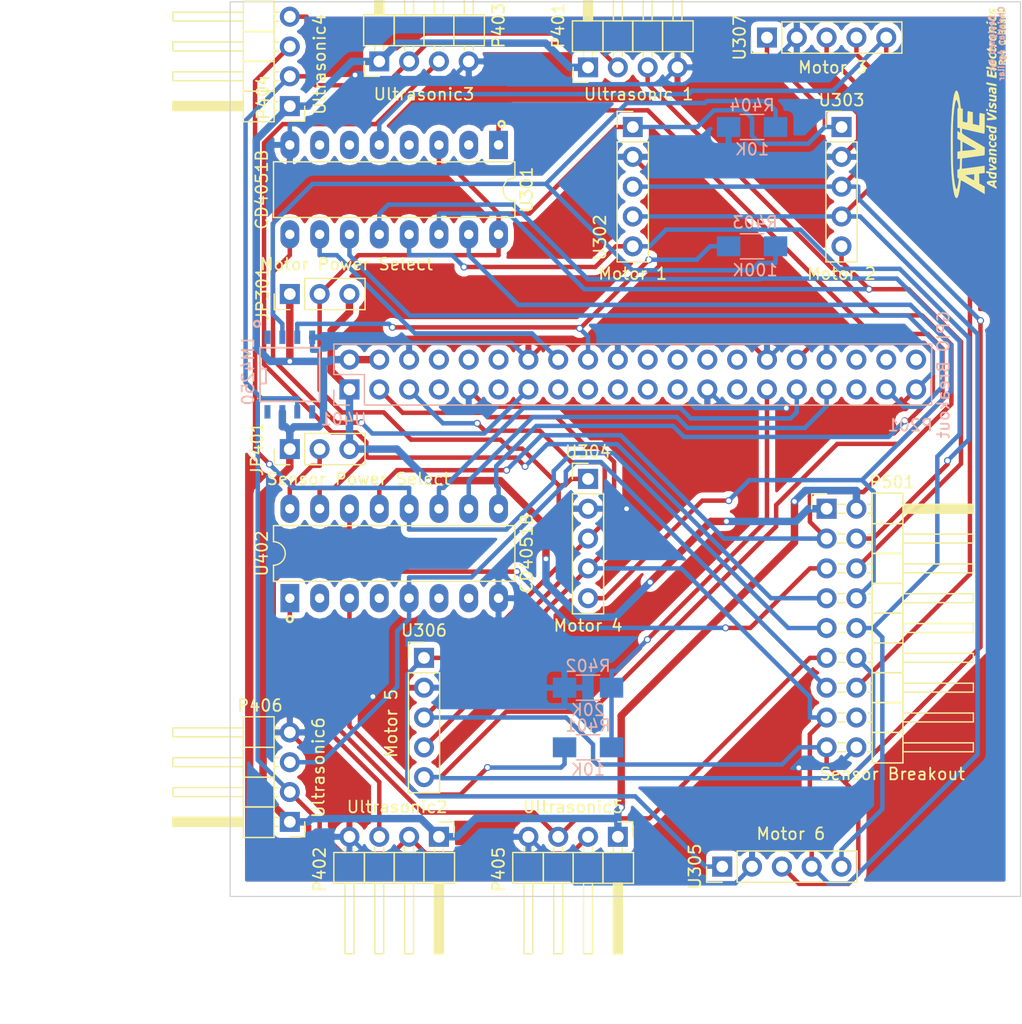
<source format=kicad_pcb>
(kicad_pcb (version 4) (host pcbnew 4.0.4-stable)
  (title_block (title "ISight 360 Breakout Board") (date 2000-12-31) (rev C) (company "Advanced Visual Electronics - AVE") (comment 1 "Christian Aguilar") (comment 2 "Designed By:"))
  (layers (0 F.Cu signal hide) (31 B.Cu signal hide) (34 B.Paste user) (35 F.Paste user) (36 B.SilkS user) (37 F.SilkS user) (38 B.Mask user) (39 F.Mask user) (44 Edge.Cuts user))
  (net 0 "")
  (net 1 "/GPIO Breakout/5V")
  (net 2 /HapticMotorBank/M-Power)
  (net 3 "/GPIO Breakout/3.3V")
  (net 4 /UltrasonicSensorBank/U-Power)
  (net 5 /SDA)
  (net 6 /SCL)
  (net 7 GND)
  (net 8 "/GPIO Breakout/GPIO41_Audio-MCLK")
  (net 9 "/GPIO Breakout/GPIO#_UART-TX")
  (net 10 "/GPIO Breakout/GPIO#_UART-RX")
  (net 11 "/GPIO Breakout/GPIO33_UART1-RST")
  (net 12 "/GPIO Breakout/GPRIO#_I2S0-SCLK")
  (net 13 "/GPIO Breakout/GPIO38")
  (net 14 "/GPIO Breakout/GPIO-EXP-P17")
  (net 15 "/GPIO Breakout/GPIO37")
  (net 16 "/GPIO Breakout/Unused-3.3V")
  (net 17 /Sensor_Trigger)
  (net 18 "/GPIO Breakout/GPIO#_SPI1-MOSI")
  (net 19 "/GPIO Breakout/GPIO#_SPI1-MISO")
  (net 20 "/GPIO Breakout/GPIO-EXP-P16")
  (net 21 "/GPIO Breakout/GPIO#_SPI1-CLK")
  (net 22 "/GPIO Breakout/GPIO#_SPI1-CS0")
  (net 23 "/GPIO Breakout/GPIO#_SPI1-CS1")
  (net 24 "/GPIO Breakout/GPIO#_I2C1-GP1-DAT")
  (net 25 "/GPIO Breakout/GPIO#_SPI1-GP1-CLK")
  (net 26 /Sensor_Input_Val)
  (net 27 "/GPIO Breakout/GPIO186")
  (net 28 "/GPIO Breakout/GPIO36")
  (net 29 "/GPIO Breakout/GPIO63")
  (net 30 "/GPIO Breakout/GPIO#_I2S0-LRCLK")
  (net 31 "/GPIO Breakout/GPIO#_UART0-CTS")
  (net 32 "/GPIO Breakout/GPIO187")
  (net 33 "/GPIO Breakout/GPIO#_I2S0-SDIN")
  (net 34 "/GPIO Breakout/GPIO#_I2S0-SDOUT")
  (net 35 "Net-(R401-Pad2)")
  (net 36 "Net-(R403-Pad2)")
  (net 37 "Net-(U301-Pad2)")
  (net 38 "Net-(U301-Pad4)")
  (net 39 "Net-(U301-Pad6)")
  (net 40 "Net-(U301-Pad7)")
  (net 41 "Net-(U401-Pad5)")
  (net 42 "Net-(U401-Pad1)")
  (net 43 "Net-(U402-Pad2)")
  (net 44 "Net-(U402-Pad4)")
  (net 45 "Net-(U402-Pad6)")
  (net 46 "Net-(U402-Pad7)")
  (net 47 /UltrasonicTigger)
  (net 48 /Echo1)
  (net 49 /Echo2)
  (net 50 /Echo3)
  (net 51 /Echo4)
  (net 52 /Echo5)
  (net 53 /Echo6)
  (net 54 /Mtrigger5)
  (net 55 /Mtrigger4)
  (net 56 /Mtrigger6)
  (net 57 /Mtrigger1)
  (net 58 /Mtrigger2)
  (net 59 /Mtrigger3)
  (net 60 /UltrasonicTrigger)
  (module Pin_Headers:Pin_Header_Straight_1x03_Pitch2.54mm (layer F.Cu) (at 121.92 65.532 90)
    (fp_text reference JP301 (at 0 -2.33 90) (layer F.SilkS))
    (fp_text value "Motor Power Select" (at 2.54 4.826 180) (layer F.SilkS))
    (pad 1 thru_hole rect (at 0 0 90) (size 1.7 1.7) (drill 1) (layers *.Cu *.Mask) (net 1 "/GPIO Breakout/5V"))
    (pad 2 thru_hole oval (at 0 2.54 90) (size 1.7 1.7) (drill 1) (layers *.Cu *.Mask) (net 2 /HapticMotorBank/M-Power))
    (pad 3 thru_hole oval (at 0 5.08 90) (size 1.7 1.7) (drill 1) (layers *.Cu *.Mask) (net 3 "/GPIO Breakout/3.3V"))
  )
  (module Pin_Headers:Pin_Header_Straight_1x03_Pitch2.54mm (layer F.Cu) (at 121.92 78.74 90)
    (fp_text reference JP401 (at 0 -2.794 90) (layer F.SilkS))
    (fp_text value "Sensor Power Select" (at -2.54 5.842 180) (layer F.SilkS))
    (pad 1 thru_hole rect (at 0 0 90) (size 1.7 1.7) (drill 1) (layers *.Cu *.Mask) (net 1 "/GPIO Breakout/5V"))
    (pad 2 thru_hole oval (at 0 2.54 90) (size 1.7 1.7) (drill 1) (layers *.Cu *.Mask) (net 4 /UltrasonicSensorBank/U-Power))
    (pad 3 thru_hole oval (at 0 5.08 90) (size 1.7 1.7) (drill 1) (layers *.Cu *.Mask) (net 3 "/GPIO Breakout/3.3V"))
  )
  (module Socket_Strips:Socket_Strip_Straight_2x20_Pitch2.54mm (layer B.Cu) (at 127 73.66 270)
    (fp_text reference P201 (at 3.048 -47.752 360) (layer B.SilkS) (effects (justify mirror)))
    (fp_text value "GPIO Breakout" (at -1.27 -50.59 270) (layer B.SilkS) (effects (justify mirror)))
    (pad 1 thru_hole rect (at 0 0 270) (size 1.7 1.7) (drill 1) (layers *.Cu *.Mask) (net 3 "/GPIO Breakout/3.3V"))
    (pad 2 thru_hole oval (at -2.54 0 270) (size 1.7 1.7) (drill 1) (layers *.Cu *.Mask) (net 1 "/GPIO Breakout/5V"))
    (pad 3 thru_hole oval (at 0 -2.54 270) (size 1.7 1.7) (drill 1) (layers *.Cu *.Mask) (net 5 /SDA))
    (pad 4 thru_hole oval (at -2.54 -2.54 270) (size 1.7 1.7) (drill 1) (layers *.Cu *.Mask) (net 1 "/GPIO Breakout/5V"))
    (pad 5 thru_hole oval (at 0 -5.08 270) (size 1.7 1.7) (drill 1) (layers *.Cu *.Mask) (net 6 /SCL))
    (pad 6 thru_hole oval (at -2.54 -5.08 270) (size 1.7 1.7) (drill 1) (layers *.Cu *.Mask) (net 7 GND))
    (pad 7 thru_hole oval (at 0 -7.62 270) (size 1.7 1.7) (drill 1) (layers *.Cu *.Mask) (net 8 "/GPIO Breakout/GPIO41_Audio-MCLK"))
    (pad 8 thru_hole oval (at -2.54 -7.62 270) (size 1.7 1.7) (drill 1) (layers *.Cu *.Mask) (net 9 "/GPIO Breakout/GPIO#_UART-TX"))
    (pad 9 thru_hole oval (at 0 -10.16 270) (size 1.7 1.7) (drill 1) (layers *.Cu *.Mask) (net 7 GND))
    (pad 10 thru_hole oval (at -2.54 -10.16 270) (size 1.7 1.7) (drill 1) (layers *.Cu *.Mask) (net 10 "/GPIO Breakout/GPIO#_UART-RX"))
    (pad 11 thru_hole oval (at 0 -12.7 270) (size 1.7 1.7) (drill 1) (layers *.Cu *.Mask) (net 11 "/GPIO Breakout/GPIO33_UART1-RST"))
    (pad 12 thru_hole oval (at -2.54 -12.7 270) (size 1.7 1.7) (drill 1) (layers *.Cu *.Mask) (net 12 "/GPIO Breakout/GPRIO#_I2S0-SCLK"))
    (pad 13 thru_hole oval (at 0 -15.24 270) (size 1.7 1.7) (drill 1) (layers *.Cu *.Mask) (net 13 "/GPIO Breakout/GPIO38"))
    (pad 14 thru_hole oval (at -2.54 -15.24 270) (size 1.7 1.7) (drill 1) (layers *.Cu *.Mask) (net 7 GND))
    (pad 15 thru_hole oval (at 0 -17.78 270) (size 1.7 1.7) (drill 1) (layers *.Cu *.Mask) (net 14 "/GPIO Breakout/GPIO-EXP-P17"))
    (pad 16 thru_hole oval (at -2.54 -17.78 270) (size 1.7 1.7) (drill 1) (layers *.Cu *.Mask) (net 15 "/GPIO Breakout/GPIO37"))
    (pad 17 thru_hole oval (at 0 -20.32 270) (size 1.7 1.7) (drill 1) (layers *.Cu *.Mask) (net 16 "/GPIO Breakout/Unused-3.3V"))
    (pad 18 thru_hole oval (at -2.54 -20.32 270) (size 1.7 1.7) (drill 1) (layers *.Cu *.Mask) (net 17 /Sensor_Trigger))
    (pad 19 thru_hole oval (at 0 -22.86 270) (size 1.7 1.7) (drill 1) (layers *.Cu *.Mask) (net 18 "/GPIO Breakout/GPIO#_SPI1-MOSI"))
    (pad 20 thru_hole oval (at -2.54 -22.86 270) (size 1.7 1.7) (drill 1) (layers *.Cu *.Mask) (net 7 GND))
    (pad 21 thru_hole oval (at 0 -25.4 270) (size 1.7 1.7) (drill 1) (layers *.Cu *.Mask) (net 19 "/GPIO Breakout/GPIO#_SPI1-MISO"))
    (pad 22 thru_hole oval (at -2.54 -25.4 270) (size 1.7 1.7) (drill 1) (layers *.Cu *.Mask) (net 20 "/GPIO Breakout/GPIO-EXP-P16"))
    (pad 23 thru_hole oval (at 0 -27.94 270) (size 1.7 1.7) (drill 1) (layers *.Cu *.Mask) (net 21 "/GPIO Breakout/GPIO#_SPI1-CLK"))
    (pad 24 thru_hole oval (at -2.54 -27.94 270) (size 1.7 1.7) (drill 1) (layers *.Cu *.Mask) (net 22 "/GPIO Breakout/GPIO#_SPI1-CS0"))
    (pad 25 thru_hole oval (at 0 -30.48 270) (size 1.7 1.7) (drill 1) (layers *.Cu *.Mask) (net 7 GND))
    (pad 26 thru_hole oval (at -2.54 -30.48 270) (size 1.7 1.7) (drill 1) (layers *.Cu *.Mask) (net 23 "/GPIO Breakout/GPIO#_SPI1-CS1"))
    (pad 27 thru_hole oval (at 0 -33.02 270) (size 1.7 1.7) (drill 1) (layers *.Cu *.Mask) (net 24 "/GPIO Breakout/GPIO#_I2C1-GP1-DAT"))
    (pad 28 thru_hole oval (at -2.54 -33.02 270) (size 1.7 1.7) (drill 1) (layers *.Cu *.Mask) (net 25 "/GPIO Breakout/GPIO#_SPI1-GP1-CLK"))
    (pad 29 thru_hole oval (at 0 -35.56 270) (size 1.7 1.7) (drill 1) (layers *.Cu *.Mask) (net 26 /Sensor_Input_Val))
    (pad 30 thru_hole oval (at -2.54 -35.56 270) (size 1.7 1.7) (drill 1) (layers *.Cu *.Mask) (net 7 GND))
    (pad 31 thru_hole oval (at 0 -38.1 270) (size 1.7 1.7) (drill 1) (layers *.Cu *.Mask) (net 27 "/GPIO Breakout/GPIO186"))
    (pad 32 thru_hole oval (at -2.54 -38.1 270) (size 1.7 1.7) (drill 1) (layers *.Cu *.Mask) (net 28 "/GPIO Breakout/GPIO36"))
    (pad 33 thru_hole oval (at 0 -40.64 270) (size 1.7 1.7) (drill 1) (layers *.Cu *.Mask) (net 29 "/GPIO Breakout/GPIO63"))
    (pad 34 thru_hole oval (at -2.54 -40.64 270) (size 1.7 1.7) (drill 1) (layers *.Cu *.Mask) (net 7 GND))
    (pad 35 thru_hole oval (at 0 -43.18 270) (size 1.7 1.7) (drill 1) (layers *.Cu *.Mask) (net 30 "/GPIO Breakout/GPIO#_I2S0-LRCLK"))
    (pad 36 thru_hole oval (at -2.54 -43.18 270) (size 1.7 1.7) (drill 1) (layers *.Cu *.Mask) (net 31 "/GPIO Breakout/GPIO#_UART0-CTS"))
    (pad 37 thru_hole oval (at 0 -45.72 270) (size 1.7 1.7) (drill 1) (layers *.Cu *.Mask) (net 32 "/GPIO Breakout/GPIO187"))
    (pad 38 thru_hole oval (at -2.54 -45.72 270) (size 1.7 1.7) (drill 1) (layers *.Cu *.Mask) (net 33 "/GPIO Breakout/GPIO#_I2S0-SDIN"))
    (pad 39 thru_hole oval (at 0 -48.26 270) (size 1.7 1.7) (drill 1) (layers *.Cu *.Mask) (net 7 GND))
    (pad 40 thru_hole oval (at -2.54 -48.26 270) (size 1.7 1.7) (drill 1) (layers *.Cu *.Mask) (net 34 "/GPIO Breakout/GPIO#_I2S0-SDOUT"))
  )
  (module Pin_Headers:Pin_Header_Angled_1x04_Pitch2.54mm (layer F.Cu) (at 147.32 46.228 90)
    (fp_text reference P401 (at 3.556 -2.54 270) (layer F.SilkS))
    (fp_text value "Ultrasonic 1" (at -2.286 4.318 180) (layer F.SilkS))
    (pad 1 thru_hole rect (at 0 0 90) (size 1.7 1.7) (drill 1) (layers *.Cu *.Mask) (net 1 "/GPIO Breakout/5V"))
    (pad 2 thru_hole oval (at 0 2.54 90) (size 1.7 1.7) (drill 1) (layers *.Cu *.Mask) (net 47 /UltrasonicTigger))
    (pad 3 thru_hole oval (at 0 5.08 90) (size 1.7 1.7) (drill 1) (layers *.Cu *.Mask) (net 48 /Echo1))
    (pad 4 thru_hole oval (at 0 7.62 90) (size 1.7 1.7) (drill 1) (layers *.Cu *.Mask) (net 7 GND))
  )
  (module Pin_Headers:Pin_Header_Angled_1x04_Pitch2.54mm (layer F.Cu) (at 134.62 111.76 270)
    (fp_text reference P402 (at 2.794 10.16 270) (layer F.SilkS))
    (fp_text value Ultrasonic2 (at -2.54 3.556 360) (layer F.SilkS))
    (pad 1 thru_hole rect (at 0 0 270) (size 1.7 1.7) (drill 1) (layers *.Cu *.Mask) (net 1 "/GPIO Breakout/5V"))
    (pad 2 thru_hole oval (at 0 2.54 270) (size 1.7 1.7) (drill 1) (layers *.Cu *.Mask) (net 47 /UltrasonicTigger))
    (pad 3 thru_hole oval (at 0 5.08 270) (size 1.7 1.7) (drill 1) (layers *.Cu *.Mask) (net 49 /Echo2))
    (pad 4 thru_hole oval (at 0 7.62 270) (size 1.7 1.7) (drill 1) (layers *.Cu *.Mask) (net 7 GND))
  )
  (module Pin_Headers:Pin_Header_Angled_1x04_Pitch2.54mm (layer F.Cu) (at 129.54 45.72 90)
    (fp_text reference P403 (at 3.048 10.16 270) (layer F.SilkS))
    (fp_text value Ultrasonic3 (at -2.794 3.81 180) (layer F.SilkS))
    (pad 1 thru_hole rect (at 0 0 90) (size 1.7 1.7) (drill 1) (layers *.Cu *.Mask) (net 1 "/GPIO Breakout/5V"))
    (pad 2 thru_hole oval (at 0 2.54 90) (size 1.7 1.7) (drill 1) (layers *.Cu *.Mask) (net 47 /UltrasonicTigger))
    (pad 3 thru_hole oval (at 0 5.08 90) (size 1.7 1.7) (drill 1) (layers *.Cu *.Mask) (net 50 /Echo3))
    (pad 4 thru_hole oval (at 0 7.62 90) (size 1.7 1.7) (drill 1) (layers *.Cu *.Mask) (net 7 GND))
  )
  (module Pin_Headers:Pin_Header_Angled_1x04_Pitch2.54mm (layer F.Cu) (at 121.92 49.53 180)
    (fp_text reference P404 (at 2.286 0.762 270) (layer F.SilkS))
    (fp_text value Ultrasonic4 (at -2.54 3.556 270) (layer F.SilkS))
    (pad 1 thru_hole rect (at 0 0 180) (size 1.7 1.7) (drill 1) (layers *.Cu *.Mask) (net 1 "/GPIO Breakout/5V"))
    (pad 2 thru_hole oval (at 0 2.54 180) (size 1.7 1.7) (drill 1) (layers *.Cu *.Mask) (net 47 /UltrasonicTigger))
    (pad 3 thru_hole oval (at 0 5.08 180) (size 1.7 1.7) (drill 1) (layers *.Cu *.Mask) (net 51 /Echo4))
    (pad 4 thru_hole oval (at 0 7.62 180) (size 1.7 1.7) (drill 1) (layers *.Cu *.Mask) (net 7 GND))
  )
  (module Pin_Headers:Pin_Header_Angled_1x04_Pitch2.54mm (layer F.Cu) (at 149.86 111.76 270)
    (fp_text reference P405 (at 2.794 10.16 450) (layer F.SilkS))
    (fp_text value Ultrasonic5 (at -2.54 3.81 360) (layer F.SilkS))
    (pad 1 thru_hole rect (at 0 0 270) (size 1.7 1.7) (drill 1) (layers *.Cu *.Mask) (net 1 "/GPIO Breakout/5V"))
    (pad 2 thru_hole oval (at 0 2.54 270) (size 1.7 1.7) (drill 1) (layers *.Cu *.Mask) (net 47 /UltrasonicTigger))
    (pad 3 thru_hole oval (at 0 5.08 270) (size 1.7 1.7) (drill 1) (layers *.Cu *.Mask) (net 52 /Echo5))
    (pad 4 thru_hole oval (at 0 7.62 270) (size 1.7 1.7) (drill 1) (layers *.Cu *.Mask) (net 7 GND))
  )
  (module Pin_Headers:Pin_Header_Angled_1x04_Pitch2.54mm (layer F.Cu) (at 121.92 110.49 180)
    (fp_text reference P406 (at 2.54 9.906 360) (layer F.SilkS))
    (fp_text value Ultrasonic6 (at -2.4384 4.6228 270) (layer F.SilkS))
    (pad 1 thru_hole rect (at 0 0 180) (size 1.7 1.7) (drill 1) (layers *.Cu *.Mask) (net 1 "/GPIO Breakout/5V"))
    (pad 2 thru_hole oval (at 0 2.54 180) (size 1.7 1.7) (drill 1) (layers *.Cu *.Mask) (net 47 /UltrasonicTigger))
    (pad 3 thru_hole oval (at 0 5.08 180) (size 1.7 1.7) (drill 1) (layers *.Cu *.Mask) (net 53 /Echo6))
    (pad 4 thru_hole oval (at 0 7.62 180) (size 1.7 1.7) (drill 1) (layers *.Cu *.Mask) (net 7 GND))
  )
  (module Resistors_SMD:R_1206_HandSoldering (layer B.Cu) (at 147.32 104.14 180)
    (fp_text reference R401 (at 0 1.85 180) (layer B.SilkS) (effects (justify mirror)))
    (fp_text value 10K (at 0 -1.9 180) (layer B.SilkS) (effects (justify mirror)))
    (pad 1 smd rect (at -2 0 180) (size 2 1.7) (layers B.Cu B.Paste B.Mask) (net 26 /Sensor_Input_Val))
    (pad 2 smd rect (at 2 0 180) (size 2 1.7) (layers B.Cu B.Paste B.Mask) (net 35 "Net-(R401-Pad2)"))
  )
  (module Resistors_SMD:R_1206_HandSoldering (layer B.Cu) (at 147.32 99.06 180)
    (fp_text reference R402 (at 0 1.85 180) (layer B.SilkS) (effects (justify mirror)))
    (fp_text value 20K (at 0 -1.9 180) (layer B.SilkS) (effects (justify mirror)))
    (pad 1 smd rect (at -2 0 180) (size 2 1.7) (layers B.Cu B.Paste B.Mask) (net 26 /Sensor_Input_Val))
    (pad 2 smd rect (at 2 0 180) (size 2 1.7) (layers B.Cu B.Paste B.Mask) (net 7 GND))
  )
  (module Resistors_SMD:R_1206_HandSoldering (layer B.Cu) (at 161.29 61.468)
    (fp_text reference R403 (at 0.254 -2.032) (layer B.SilkS) (effects (justify mirror)))
    (fp_text value 100K (at 0.254 2.032) (layer B.SilkS) (effects (justify mirror)))
    (pad 1 smd rect (at -2 0) (size 2 1.7) (layers B.Cu B.Paste B.Mask) (net 17 /Sensor_Trigger))
    (pad 2 smd rect (at 2 0) (size 2 1.7) (layers B.Cu B.Paste B.Mask) (net 36 "Net-(R403-Pad2)"))
  )
  (module Resistors_SMD:R_1206_HandSoldering (layer B.Cu) (at 161.29 51.308 180)
    (fp_text reference R404 (at 0 1.85 180) (layer B.SilkS) (effects (justify mirror)))
    (fp_text value 10K (at 0 -1.9 180) (layer B.SilkS) (effects (justify mirror)))
    (pad 1 smd rect (at -2 0 180) (size 2 1.7) (layers B.Cu B.Paste B.Mask) (net 36 "Net-(R403-Pad2)"))
    (pad 2 smd rect (at 2 0 180) (size 2 1.7) (layers B.Cu B.Paste B.Mask) (net 7 GND))
  )
  (module Housings_DIP:DIP-16_W7.62mm_LongPads (layer F.Cu) (at 139.7 52.832 270)
    (fp_text reference U301 (at 3.81 -2.39 270) (layer F.SilkS))
    (fp_text value CD4051B (at 3.81 20.17 270) (layer F.SilkS))
    (pad 1 thru_hole rect (at 0 0 270) (size 2.4 1.6) (drill 0.8) (layers *.Cu *.Mask) (net 54 /Mtrigger5))
    (pad 9 thru_hole oval (at 7.62 17.78 270) (size 2.4 1.6) (drill 0.8) (layers *.Cu *.Mask) (net 13 "/GPIO Breakout/GPIO38"))
    (pad 2 thru_hole oval (at 0 2.54 270) (size 2.4 1.6) (drill 0.8) (layers *.Cu *.Mask) (net 37 "Net-(U301-Pad2)"))
    (pad 10 thru_hole oval (at 7.62 15.24 270) (size 2.4 1.6) (drill 0.8) (layers *.Cu *.Mask) (net 15 "/GPIO Breakout/GPIO37"))
    (pad 3 thru_hole oval (at 0 5.08 270) (size 2.4 1.6) (drill 0.8) (layers *.Cu *.Mask) (net 2 /HapticMotorBank/M-Power))
    (pad 11 thru_hole oval (at 7.62 12.7 270) (size 2.4 1.6) (drill 0.8) (layers *.Cu *.Mask) (net 32 "/GPIO Breakout/GPIO187"))
    (pad 4 thru_hole oval (at 0 7.62 270) (size 2.4 1.6) (drill 0.8) (layers *.Cu *.Mask) (net 38 "Net-(U301-Pad4)"))
    (pad 12 thru_hole oval (at 7.62 10.16 270) (size 2.4 1.6) (drill 0.8) (layers *.Cu *.Mask) (net 55 /Mtrigger4))
    (pad 5 thru_hole oval (at 0 10.16 270) (size 2.4 1.6) (drill 0.8) (layers *.Cu *.Mask) (net 56 /Mtrigger6))
    (pad 13 thru_hole oval (at 7.62 7.62 270) (size 2.4 1.6) (drill 0.8) (layers *.Cu *.Mask) (net 57 /Mtrigger1))
    (pad 6 thru_hole oval (at 0 12.7 270) (size 2.4 1.6) (drill 0.8) (layers *.Cu *.Mask) (net 39 "Net-(U301-Pad6)"))
    (pad 14 thru_hole oval (at 7.62 5.08 270) (size 2.4 1.6) (drill 0.8) (layers *.Cu *.Mask) (net 58 /Mtrigger2))
    (pad 7 thru_hole oval (at 0 15.24 270) (size 2.4 1.6) (drill 0.8) (layers *.Cu *.Mask) (net 40 "Net-(U301-Pad7)"))
    (pad 15 thru_hole oval (at 7.62 2.54 270) (size 2.4 1.6) (drill 0.8) (layers *.Cu *.Mask) (net 59 /Mtrigger3))
    (pad 8 thru_hole oval (at 0 17.78 270) (size 2.4 1.6) (drill 0.8) (layers *.Cu *.Mask) (net 7 GND))
    (pad 16 thru_hole oval (at 7.62 0 270) (size 2.4 1.6) (drill 0.8) (layers *.Cu *.Mask) (net 2 /HapticMotorBank/M-Power))
  )
  (module Socket_Strips:Socket_Strip_Straight_1x05_Pitch2.54mm (layer F.Cu) (at 151.13 51.308)
    (fp_text reference U302 (at -2.794 9.398 90) (layer F.SilkS))
    (fp_text value "Motor 1" (at 0 12.49) (layer F.SilkS))
    (pad 1 thru_hole rect (at 0 0) (size 1.7 1.7) (drill 1) (layers *.Cu *.Mask) (net 2 /HapticMotorBank/M-Power))
    (pad 2 thru_hole oval (at 0 2.54) (size 1.7 1.7) (drill 1) (layers *.Cu *.Mask) (net 7 GND))
    (pad 3 thru_hole oval (at 0 5.08) (size 1.7 1.7) (drill 1) (layers *.Cu *.Mask) (net 6 /SCL))
    (pad 4 thru_hole oval (at 0 7.62) (size 1.7 1.7) (drill 1) (layers *.Cu *.Mask) (net 5 /SDA))
    (pad 5 thru_hole oval (at 0 10.16) (size 1.7 1.7) (drill 1) (layers *.Cu *.Mask) (net 57 /Mtrigger1))
  )
  (module Socket_Strips:Socket_Strip_Straight_1x05_Pitch2.54mm (layer F.Cu) (at 168.91 51.308)
    (fp_text reference U303 (at 0 -2.286) (layer F.SilkS))
    (fp_text value "Motor 2" (at 0 12.49) (layer F.SilkS))
    (pad 1 thru_hole rect (at 0 0) (size 1.7 1.7) (drill 1) (layers *.Cu *.Mask) (net 2 /HapticMotorBank/M-Power))
    (pad 2 thru_hole oval (at 0 2.54) (size 1.7 1.7) (drill 1) (layers *.Cu *.Mask) (net 7 GND))
    (pad 3 thru_hole oval (at 0 5.08) (size 1.7 1.7) (drill 1) (layers *.Cu *.Mask) (net 6 /SCL))
    (pad 4 thru_hole oval (at 0 7.62) (size 1.7 1.7) (drill 1) (layers *.Cu *.Mask) (net 5 /SDA))
    (pad 5 thru_hole oval (at 0 10.16) (size 1.7 1.7) (drill 1) (layers *.Cu *.Mask) (net 58 /Mtrigger2))
  )
  (module Socket_Strips:Socket_Strip_Straight_1x05_Pitch2.54mm (layer F.Cu) (at 147.32 81.28)
    (fp_text reference U304 (at 0 -2.33) (layer F.SilkS))
    (fp_text value "Motor 4" (at 0 12.49) (layer F.SilkS))
    (pad 1 thru_hole rect (at 0 0) (size 1.7 1.7) (drill 1) (layers *.Cu *.Mask) (net 2 /HapticMotorBank/M-Power))
    (pad 2 thru_hole oval (at 0 2.54) (size 1.7 1.7) (drill 1) (layers *.Cu *.Mask) (net 7 GND))
    (pad 3 thru_hole oval (at 0 5.08) (size 1.7 1.7) (drill 1) (layers *.Cu *.Mask) (net 6 /SCL))
    (pad 4 thru_hole oval (at 0 7.62) (size 1.7 1.7) (drill 1) (layers *.Cu *.Mask) (net 5 /SDA))
    (pad 5 thru_hole oval (at 0 10.16) (size 1.7 1.7) (drill 1) (layers *.Cu *.Mask) (net 59 /Mtrigger3))
  )
  (module Socket_Strips:Socket_Strip_Straight_1x05_Pitch2.54mm (layer F.Cu) (at 158.75 114.3 90)
    (fp_text reference U305 (at 0 -2.33 90) (layer F.SilkS))
    (fp_text value "Motor 6" (at 2.794 5.842 180) (layer F.SilkS))
    (pad 1 thru_hole rect (at 0 0 90) (size 1.7 1.7) (drill 1) (layers *.Cu *.Mask) (net 2 /HapticMotorBank/M-Power))
    (pad 2 thru_hole oval (at 0 2.54 90) (size 1.7 1.7) (drill 1) (layers *.Cu *.Mask) (net 7 GND))
    (pad 3 thru_hole oval (at 0 5.08 90) (size 1.7 1.7) (drill 1) (layers *.Cu *.Mask) (net 6 /SCL))
    (pad 4 thru_hole oval (at 0 7.62 90) (size 1.7 1.7) (drill 1) (layers *.Cu *.Mask) (net 5 /SDA))
    (pad 5 thru_hole oval (at 0 10.16 90) (size 1.7 1.7) (drill 1) (layers *.Cu *.Mask) (net 55 /Mtrigger4))
  )
  (module Socket_Strips:Socket_Strip_Straight_1x05_Pitch2.54mm (layer F.Cu) (at 133.35 96.52)
    (fp_text reference U306 (at 0 -2.33) (layer F.SilkS))
    (fp_text value "Motor 5" (at -2.794 5.588 90) (layer F.SilkS))
    (pad 1 thru_hole rect (at 0 0) (size 1.7 1.7) (drill 1) (layers *.Cu *.Mask) (net 2 /HapticMotorBank/M-Power))
    (pad 2 thru_hole oval (at 0 2.54) (size 1.7 1.7) (drill 1) (layers *.Cu *.Mask) (net 7 GND))
    (pad 3 thru_hole oval (at 0 5.08) (size 1.7 1.7) (drill 1) (layers *.Cu *.Mask) (net 6 /SCL))
    (pad 4 thru_hole oval (at 0 7.62) (size 1.7 1.7) (drill 1) (layers *.Cu *.Mask) (net 5 /SDA))
    (pad 5 thru_hole oval (at 0 10.16) (size 1.7 1.7) (drill 1) (layers *.Cu *.Mask) (net 54 /Mtrigger5))
  )
  (module Socket_Strips:Socket_Strip_Straight_1x05_Pitch2.54mm (layer F.Cu) (at 162.56 43.688 90)
    (fp_text reference U307 (at 0 -2.33 90) (layer F.SilkS))
    (fp_text value "Motor 3" (at -2.54 5.588 180) (layer F.SilkS))
    (pad 1 thru_hole rect (at 0 0 90) (size 1.7 1.7) (drill 1) (layers *.Cu *.Mask) (net 2 /HapticMotorBank/M-Power))
    (pad 2 thru_hole oval (at 0 2.54 90) (size 1.7 1.7) (drill 1) (layers *.Cu *.Mask) (net 7 GND))
    (pad 3 thru_hole oval (at 0 5.08 90) (size 1.7 1.7) (drill 1) (layers *.Cu *.Mask) (net 6 /SCL))
    (pad 4 thru_hole oval (at 0 7.62 90) (size 1.7 1.7) (drill 1) (layers *.Cu *.Mask) (net 5 /SDA))
    (pad 5 thru_hole oval (at 0 10.16 90) (size 1.7 1.7) (drill 1) (layers *.Cu *.Mask) (net 56 /Mtrigger6))
  )
  (module SMD_Packages:SOIC-8-N (layer B.Cu) (at 121.92 72.39)
    (fp_text reference U401 (at 4.572 3.81) (layer B.SilkS) (effects (justify mirror)))
    (fp_text value LM4250 (at -3.556 -0.254 90) (layer B.SilkS) (effects (justify mirror)))
    (pad 8 smd rect (at -1.905 3.175) (size 0.508 1.143) (layers B.Cu B.Paste B.Mask))
    (pad 7 smd rect (at -0.635 3.175) (size 0.508 1.143) (layers B.Cu B.Paste B.Mask) (net 1 "/GPIO Breakout/5V"))
    (pad 6 smd rect (at 0.635 3.175) (size 0.508 1.143) (layers B.Cu B.Paste B.Mask) (net 47 /UltrasonicTigger))
    (pad 5 smd rect (at 1.905 3.175) (size 0.508 1.143) (layers B.Cu B.Paste B.Mask) (net 41 "Net-(U401-Pad5)"))
    (pad 4 smd rect (at 1.905 -3.175) (size 0.508 1.143) (layers B.Cu B.Paste B.Mask) (net 7 GND))
    (pad 3 smd rect (at 0.635 -3.175) (size 0.508 1.143) (layers B.Cu B.Paste B.Mask) (net 17 /Sensor_Trigger))
    (pad 2 smd rect (at -0.635 -3.175) (size 0.508 1.143) (layers B.Cu B.Paste B.Mask) (net 36 "Net-(R403-Pad2)"))
    (pad 1 smd rect (at -1.905 -3.175) (size 0.508 1.143) (layers B.Cu B.Paste B.Mask) (net 42 "Net-(U401-Pad1)"))
  )
  (module Housings_DIP:DIP-16_W7.62mm_LongPads (layer F.Cu) (at 121.92 91.44 90)
    (fp_text reference U402 (at 3.81 -2.39 90) (layer F.SilkS))
    (fp_text value CD4051B (at 3.81 20.17 90) (layer F.SilkS))
    (pad 1 thru_hole rect (at 0 0 90) (size 2.4 1.6) (drill 0.8) (layers *.Cu *.Mask) (net 52 /Echo5))
    (pad 9 thru_hole oval (at 7.62 17.78 90) (size 2.4 1.6) (drill 0.8) (layers *.Cu *.Mask) (net 28 "/GPIO Breakout/GPIO36"))
    (pad 2 thru_hole oval (at 0 2.54 90) (size 2.4 1.6) (drill 0.8) (layers *.Cu *.Mask) (net 43 "Net-(U402-Pad2)"))
    (pad 10 thru_hole oval (at 7.62 15.24 90) (size 2.4 1.6) (drill 0.8) (layers *.Cu *.Mask) (net 29 "/GPIO Breakout/GPIO63"))
    (pad 3 thru_hole oval (at 0 5.08 90) (size 2.4 1.6) (drill 0.8) (layers *.Cu *.Mask) (net 35 "Net-(R401-Pad2)"))
    (pad 11 thru_hole oval (at 7.62 12.7 90) (size 2.4 1.6) (drill 0.8) (layers *.Cu *.Mask) (net 27 "/GPIO Breakout/GPIO186"))
    (pad 4 thru_hole oval (at 0 7.62 90) (size 2.4 1.6) (drill 0.8) (layers *.Cu *.Mask) (net 44 "Net-(U402-Pad4)"))
    (pad 12 thru_hole oval (at 7.62 10.16 90) (size 2.4 1.6) (drill 0.8) (layers *.Cu *.Mask) (net 51 /Echo4))
    (pad 5 thru_hole oval (at 0 10.16 90) (size 2.4 1.6) (drill 0.8) (layers *.Cu *.Mask) (net 53 /Echo6))
    (pad 13 thru_hole oval (at 7.62 7.62 90) (size 2.4 1.6) (drill 0.8) (layers *.Cu *.Mask) (net 48 /Echo1))
    (pad 6 thru_hole oval (at 0 12.7 90) (size 2.4 1.6) (drill 0.8) (layers *.Cu *.Mask) (net 45 "Net-(U402-Pad6)"))
    (pad 14 thru_hole oval (at 7.62 5.08 90) (size 2.4 1.6) (drill 0.8) (layers *.Cu *.Mask) (net 49 /Echo2))
    (pad 7 thru_hole oval (at 0 15.24 90) (size 2.4 1.6) (drill 0.8) (layers *.Cu *.Mask) (net 46 "Net-(U402-Pad7)"))
    (pad 15 thru_hole oval (at 7.62 2.54 90) (size 2.4 1.6) (drill 0.8) (layers *.Cu *.Mask) (net 50 /Echo3))
    (pad 8 thru_hole oval (at 0 17.78 90) (size 2.4 1.6) (drill 0.8) (layers *.Cu *.Mask) (net 7 GND))
    (pad 16 thru_hole oval (at 7.62 0 90) (size 2.4 1.6) (drill 0.8) (layers *.Cu *.Mask) (net 4 /UltrasonicSensorBank/U-Power))
  )
  (module Pin_Headers:Pin_Header_Angled_2x09_Pitch2.54mm (layer F.Cu) (at 167.64 83.82)
    (fp_text reference P501 (at 5.585 -2.27) (layer F.SilkS))
    (fp_text value "Sensor Breakout" (at 5.585 22.59) (layer F.SilkS))
    (pad 1 thru_hole rect (at 0 0) (size 1.7 1.7) (drill 1) (layers *.Cu *.Mask) (net 3 "/GPIO Breakout/3.3V"))
    (pad 2 thru_hole oval (at 2.54 0) (size 1.7 1.7) (drill 1) (layers *.Cu *.Mask) (net 1 "/GPIO Breakout/5V"))
    (pad 3 thru_hole oval (at 0 2.54) (size 1.7 1.7) (drill 1) (layers *.Cu *.Mask) (net 48 /Echo1))
    (pad 4 thru_hole oval (at 2.54 2.54) (size 1.7 1.7) (drill 1) (layers *.Cu *.Mask) (net 57 /Mtrigger1))
    (pad 5 thru_hole oval (at 0 5.08) (size 1.7 1.7) (drill 1) (layers *.Cu *.Mask) (net 49 /Echo2))
    (pad 6 thru_hole oval (at 2.54 5.08) (size 1.7 1.7) (drill 1) (layers *.Cu *.Mask) (net 58 /Mtrigger2))
    (pad 7 thru_hole oval (at 0 7.62) (size 1.7 1.7) (drill 1) (layers *.Cu *.Mask) (net 50 /Echo3))
    (pad 8 thru_hole oval (at 2.54 7.62) (size 1.7 1.7) (drill 1) (layers *.Cu *.Mask) (net 59 /Mtrigger3))
    (pad 9 thru_hole oval (at 0 10.16) (size 1.7 1.7) (drill 1) (layers *.Cu *.Mask) (net 51 /Echo4))
    (pad 10 thru_hole oval (at 2.54 10.16) (size 1.7 1.7) (drill 1) (layers *.Cu *.Mask) (net 55 /Mtrigger4))
    (pad 11 thru_hole oval (at 0 12.7) (size 1.7 1.7) (drill 1) (layers *.Cu *.Mask) (net 52 /Echo5))
    (pad 12 thru_hole oval (at 2.54 12.7) (size 1.7 1.7) (drill 1) (layers *.Cu *.Mask) (net 54 /Mtrigger5))
    (pad 13 thru_hole oval (at 0 15.24) (size 1.7 1.7) (drill 1) (layers *.Cu *.Mask) (net 53 /Echo6))
    (pad 14 thru_hole oval (at 2.54 15.24) (size 1.7 1.7) (drill 1) (layers *.Cu *.Mask) (net 56 /Mtrigger6))
    (pad 15 thru_hole oval (at 0 17.78) (size 1.7 1.7) (drill 1) (layers *.Cu *.Mask) (net 5 /SDA))
    (pad 16 thru_hole oval (at 2.54 17.78) (size 1.7 1.7) (drill 1) (layers *.Cu *.Mask) (net 60 /UltrasonicTrigger))
    (pad 17 thru_hole oval (at 0 20.32) (size 1.7 1.7) (drill 1) (layers *.Cu *.Mask) (net 6 /SCL))
    (pad 18 thru_hole oval (at 2.54 20.32) (size 1.7 1.7) (drill 1) (layers *.Cu *.Mask) (net 7 GND))
  )
  (module Logo:Logo-PCB (layer F.Cu) (at 180.34 49.276 90)
    (fp_text reference G*** hide)
    (fp_text value LOGO hide)
  )
  (gr_text "Designed by:\nChristian Aguilar" (at 182.118 44.196 90) (layer B.SilkS) (effects (font (size 0.5 0.5) (thickness 0.125)) (justify mirror)))
  (gr_text "Rev C Board" (at 182.626 43.688 90) (layer F.SilkS) (effects (font (size 0.5 0.5) (thickness 0.125))))
  (gr_circle (center 119.126 68.072) (end 118.872 68.072) (layer B.SilkS) (width 0.2))
  (gr_circle (center 139.954 51.054) (end 139.954 50.8) (layer F.SilkS) (width 0.2))
  (gr_circle (center 121.92 93.218) (end 121.92 93.472) (layer F.SilkS) (width 0.2))
  (gr_line (start 184.15 40.64) (end 184.15 63.5) (angle 90) (layer Edge.Cuts) (width 0.1))
  (gr_line (start 116.84 40.64) (end 116.84 63.5) (angle 90) (layer Edge.Cuts) (width 0.1))
  (gr_line (start 116.84 116.84) (end 116.84 63.5) (angle 90) (layer Edge.Cuts) (width 0.1))
  (gr_line (start 184.15 116.84) (end 116.84 116.84) (angle 90) (layer Edge.Cuts) (width 0.1))
  (gr_line (start 184.15 63.5) (end 184.15 116.84) (angle 90) (layer Edge.Cuts) (width 0.1))
  (gr_line (start 116.84 40.64) (end 184.15 40.64) (angle 90) (layer Edge.Cuts) (width 0.1))
  (via (at 121.92 71.2683) (size 0.6) (layers F.Cu B.Cu) (net 1))
  (via (at 164.9033 83.2012) (size 0.6) (layers F.Cu B.Cu) (net 1))
  (via (at 150.1477 109.2552) (size 0.6) (layers F.Cu B.Cu) (net 1))
  (segment (start 147.32 46.228) (end 145.7712 46.228) (width 0.635) (layer B.Cu) (net 1))
  (segment (start 143.7094 44.1662) (end 145.7712 46.228) (width 0.635) (layer B.Cu) (net 1))
  (segment (start 131.0938 44.1662) (end 143.7094 44.1662) (width 0.635) (layer B.Cu) (net 1))
  (segment (start 129.54 45.72) (end 131.0938 44.1662) (width 0.635) (layer B.Cu) (net 1))
  (segment (start 121.285 75.565) (end 121.285 76.8353) (width 0.635) (layer B.Cu) (net 1))
  (segment (start 127 71.12) (end 129.54 71.12) (width 0.635) (layer F.Cu) (net 1))
  (segment (start 121.92 78.74) (end 121.92 77.4453) (width 0.635) (layer B.Cu) (net 1))
  (segment (start 134.62 111.76) (end 136.1688 111.76) (width 0.635) (layer B.Cu) (net 1))
  (segment (start 133.0711 110.2111) (end 134.62 111.76) (width 0.635) (layer B.Cu) (net 1))
  (segment (start 123.7477 110.2111) (end 133.0711 110.2111) (width 0.635) (layer B.Cu) (net 1))
  (segment (start 123.4688 110.49) (end 123.7477 110.2111) (width 0.635) (layer B.Cu) (net 1))
  (segment (start 121.92 110.49) (end 123.4688 110.49) (width 0.635) (layer B.Cu) (net 1))
  (segment (start 119.6408 82.568) (end 121.92 80.2888) (width 0.635) (layer F.Cu) (net 1))
  (segment (start 119.6408 108.2108) (end 119.6408 82.568) (width 0.635) (layer F.Cu) (net 1))
  (segment (start 121.92 110.49) (end 119.6408 108.2108) (width 0.635) (layer F.Cu) (net 1))
  (segment (start 121.92 78.74) (end 121.92 80.2888) (width 0.635) (layer F.Cu) (net 1))
  (segment (start 121.92 77.4453) (end 121.92 77.1913) (width 0.635) (layer B.Cu) (net 1))
  (segment (start 121.564 76.8353) (end 121.285 76.8353) (width 0.635) (layer B.Cu) (net 1))
  (segment (start 121.92 77.1913) (end 121.564 76.8353) (width 0.635) (layer B.Cu) (net 1))
  (segment (start 127 71.12) (end 125.4512 71.12) (width 0.635) (layer B.Cu) (net 1))
  (segment (start 124.7872 76.4434) (end 124.7872 71.2683) (width 0.635) (layer B.Cu) (net 1))
  (segment (start 124.3888 76.8418) (end 124.7872 76.4434) (width 0.635) (layer B.Cu) (net 1))
  (segment (start 122.2695 76.8418) (end 124.3888 76.8418) (width 0.635) (layer B.Cu) (net 1))
  (segment (start 121.92 77.1913) (end 122.2695 76.8418) (width 0.635) (layer B.Cu) (net 1))
  (segment (start 125.3029 71.2683) (end 125.4512 71.12) (width 0.635) (layer B.Cu) (net 1))
  (segment (start 124.7872 71.2683) (end 125.3029 71.2683) (width 0.635) (layer B.Cu) (net 1))
  (segment (start 124.7872 71.2683) (end 121.92 71.2683) (width 0.635) (layer B.Cu) (net 1))
  (segment (start 121.92 65.532) (end 121.92 71.2683) (width 0.635) (layer F.Cu) (net 1))
  (segment (start 119.0621 52.3879) (end 121.92 49.53) (width 0.635) (layer B.Cu) (net 1))
  (segment (start 119.0621 70.0951) (end 119.0621 52.3879) (width 0.635) (layer B.Cu) (net 1))
  (segment (start 120.2353 71.2683) (end 119.0621 70.0951) (width 0.635) (layer B.Cu) (net 1))
  (segment (start 121.92 71.2683) (end 120.2353 71.2683) (width 0.635) (layer B.Cu) (net 1))
  (segment (start 121.92 49.53) (end 123.4688 49.53) (width 0.635) (layer B.Cu) (net 1))
  (segment (start 123.4688 49.4768) (end 123.4688 49.53) (width 0.635) (layer B.Cu) (net 1))
  (segment (start 127.2256 45.72) (end 123.4688 49.4768) (width 0.635) (layer B.Cu) (net 1))
  (segment (start 129.54 45.72) (end 127.2256 45.72) (width 0.635) (layer B.Cu) (net 1))
  (segment (start 165.8333 82.2712) (end 164.9033 83.2012) (width 0.635) (layer B.Cu) (net 1))
  (segment (start 170.18 82.2712) (end 165.8333 82.2712) (width 0.635) (layer B.Cu) (net 1))
  (segment (start 150.1477 101.4438) (end 150.1477 109.2552) (width 0.635) (layer F.Cu) (net 1))
  (segment (start 164.9033 86.6882) (end 150.1477 101.4438) (width 0.635) (layer F.Cu) (net 1))
  (segment (start 164.9033 83.2012) (end 164.9033 86.6882) (width 0.635) (layer F.Cu) (net 1))
  (segment (start 149.86 109.5429) (end 149.86 110.2005) (width 0.635) (layer B.Cu) (net 1))
  (segment (start 150.1477 109.2552) (end 149.86 109.5429) (width 0.635) (layer B.Cu) (net 1))
  (segment (start 137.7283 110.2005) (end 149.86 110.2005) (width 0.635) (layer B.Cu) (net 1))
  (segment (start 136.1688 111.76) (end 137.7283 110.2005) (width 0.635) (layer B.Cu) (net 1))
  (segment (start 149.86 110.2005) (end 149.86 111.76) (width 0.635) (layer B.Cu) (net 1))
  (segment (start 170.18 83.82) (end 170.18 82.2712) (width 0.635) (layer B.Cu) (net 1))
  (segment (start 151.346 108.3178) (end 157.3282 114.3) (width 0.381) (layer B.Cu) (net 2))
  (segment (start 132.9729 108.3178) (end 151.346 108.3178) (width 0.381) (layer B.Cu) (net 2))
  (segment (start 131.9281 107.273) (end 132.9729 108.3178) (width 0.381) (layer B.Cu) (net 2))
  (segment (start 131.9281 97.9419) (end 131.9281 107.273) (width 0.381) (layer B.Cu) (net 2))
  (segment (start 133.35 96.52) (end 131.9281 97.9419) (width 0.381) (layer B.Cu) (net 2))
  (segment (start 158.75 114.3) (end 157.3282 114.3) (width 0.381) (layer B.Cu) (net 2))
  (segment (start 168.91 51.308) (end 167.4882 51.308) (width 0.381) (layer B.Cu) (net 2))
  (segment (start 151.13 51.308) (end 152.5518 51.308) (width 0.381) (layer B.Cu) (net 2))
  (segment (start 156.6315 51.308) (end 152.5518 51.308) (width 0.381) (layer B.Cu) (net 2))
  (segment (start 158.0533 49.8862) (end 156.6315 51.308) (width 0.381) (layer B.Cu) (net 2))
  (segment (start 160.6146 49.8862) (end 158.0533 49.8862) (width 0.381) (layer B.Cu) (net 2))
  (segment (start 161.29 50.5616) (end 160.6146 49.8862) (width 0.381) (layer B.Cu) (net 2))
  (segment (start 161.29 52.0475) (end 161.29 50.5616) (width 0.381) (layer B.Cu) (net 2))
  (segment (start 161.9724 52.7299) (end 161.29 52.0475) (width 0.381) (layer B.Cu) (net 2))
  (segment (start 166.0663 52.7299) (end 161.9724 52.7299) (width 0.381) (layer B.Cu) (net 2))
  (segment (start 167.4882 51.308) (end 166.0663 52.7299) (width 0.381) (layer B.Cu) (net 2))
  (segment (start 147.32 81.28) (end 145.8982 81.28) (width 0.381) (layer F.Cu) (net 2))
  (segment (start 139.7 60.452) (end 139.7 62.2238) (width 0.381) (layer F.Cu) (net 2))
  (segment (start 127.7682 62.2238) (end 124.46 65.532) (width 0.381) (layer F.Cu) (net 2))
  (segment (start 139.7 62.2238) (end 127.7682 62.2238) (width 0.381) (layer F.Cu) (net 2))
  (segment (start 145.0958 81.8176) (end 144.9594 81.954) (width 0.381) (layer F.Cu) (net 2))
  (segment (start 145.3606 81.8176) (end 145.0958 81.8176) (width 0.381) (layer F.Cu) (net 2))
  (segment (start 145.8982 81.28) (end 145.3606 81.8176) (width 0.381) (layer F.Cu) (net 2))
  (segment (start 136.9826 96.52) (end 133.35 96.52) (width 0.381) (layer F.Cu) (net 2))
  (segment (start 144.8229 88.6797) (end 136.9826 96.52) (width 0.381) (layer F.Cu) (net 2))
  (segment (start 144.8229 82.0905) (end 144.8229 88.6797) (width 0.381) (layer F.Cu) (net 2))
  (segment (start 144.9594 81.954) (end 144.8229 82.0905) (width 0.381) (layer F.Cu) (net 2))
  (segment (start 141.7061 78.7008) (end 144.9594 81.954) (width 0.381) (layer F.Cu) (net 2))
  (segment (start 140.6281 78.7008) (end 141.7061 78.7008) (width 0.381) (layer F.Cu) (net 2))
  (segment (start 139.8659 77.9386) (end 140.6281 78.7008) (width 0.381) (layer F.Cu) (net 2))
  (segment (start 132.2454 77.9386) (end 139.8659 77.9386) (width 0.381) (layer F.Cu) (net 2))
  (segment (start 129.9191 75.6123) (end 132.2454 77.9386) (width 0.381) (layer F.Cu) (net 2))
  (segment (start 126.3661 75.6123) (end 129.9191 75.6123) (width 0.381) (layer F.Cu) (net 2))
  (segment (start 124.46 73.7062) (end 126.3661 75.6123) (width 0.381) (layer F.Cu) (net 2))
  (segment (start 124.46 65.532) (end 124.46 73.7062) (width 0.381) (layer F.Cu) (net 2))
  (segment (start 142.336 58.6802) (end 139.7 58.6802) (width 0.381) (layer F.Cu) (net 2))
  (segment (start 149.7082 51.308) (end 142.336 58.6802) (width 0.381) (layer F.Cu) (net 2))
  (segment (start 151.13 51.308) (end 149.7082 51.308) (width 0.381) (layer F.Cu) (net 2))
  (segment (start 139.7 60.452) (end 139.7 58.8708) (width 0.381) (layer F.Cu) (net 2))
  (segment (start 139.7 58.8708) (end 139.7 58.6802) (width 0.381) (layer F.Cu) (net 2))
  (segment (start 135.6236 54.6038) (end 134.62 54.6038) (width 0.381) (layer F.Cu) (net 2))
  (segment (start 139.7 58.6802) (end 135.6236 54.6038) (width 0.381) (layer F.Cu) (net 2))
  (segment (start 134.62 52.832) (end 134.62 54.6038) (width 0.381) (layer F.Cu) (net 2))
  (segment (start 167.4882 50.038) (end 167.4882 51.308) (width 0.381) (layer F.Cu) (net 2))
  (segment (start 162.56 45.1098) (end 167.4882 50.038) (width 0.381) (layer F.Cu) (net 2))
  (segment (start 162.56 43.688) (end 162.56 45.1098) (width 0.381) (layer F.Cu) (net 2))
  (segment (start 168.91 51.308) (end 167.4882 51.308) (width 0.381) (layer F.Cu) (net 2))
  (via (at 159.1138 84.8999) (size 0.6) (layers F.Cu B.Cu) (net 3))
  (via (at 152.6123 90.0787) (size 0.6) (layers F.Cu B.Cu) (net 3))
  (via (at 143.74 88.0957) (size 0.6) (layers F.Cu B.Cu) (net 3))
  (via (at 133.7307 81.4266) (size 0.6) (layers F.Cu B.Cu) (net 3))
  (segment (start 127 73.66) (end 127 75.2088) (width 0.635) (layer B.Cu) (net 3))
  (segment (start 127 78.74) (end 127 77.1912) (width 0.635) (layer B.Cu) (net 3))
  (segment (start 127 77.1912) (end 127 75.2088) (width 0.635) (layer B.Cu) (net 3))
  (segment (start 167.64 83.82) (end 166.0912 83.82) (width 0.635) (layer B.Cu) (net 3))
  (segment (start 131.0441 78.74) (end 133.7307 81.4266) (width 0.635) (layer B.Cu) (net 3))
  (segment (start 127 78.74) (end 131.0441 78.74) (width 0.635) (layer B.Cu) (net 3))
  (segment (start 149.6576 93.0334) (end 152.6123 90.0787) (width 0.635) (layer B.Cu) (net 3))
  (segment (start 146.6407 93.0334) (end 149.6576 93.0334) (width 0.635) (layer B.Cu) (net 3))
  (segment (start 143.74 90.1327) (end 146.6407 93.0334) (width 0.635) (layer B.Cu) (net 3))
  (segment (start 143.74 88.0957) (end 143.74 90.1327) (width 0.635) (layer B.Cu) (net 3))
  (segment (start 143.74 85.3218) (end 143.74 88.0957) (width 0.635) (layer F.Cu) (net 3))
  (segment (start 139.8448 81.4266) (end 143.74 85.3218) (width 0.635) (layer F.Cu) (net 3))
  (segment (start 133.7307 81.4266) (end 139.8448 81.4266) (width 0.635) (layer F.Cu) (net 3))
  (segment (start 125.4475 68.6333) (end 127 67.0808) (width 0.635) (layer F.Cu) (net 3))
  (segment (start 125.4475 72.1075) (end 125.4475 68.6333) (width 0.635) (layer F.Cu) (net 3))
  (segment (start 127 73.66) (end 125.4475 72.1075) (width 0.635) (layer F.Cu) (net 3))
  (segment (start 127 65.532) (end 127 67.0808) (width 0.635) (layer F.Cu) (net 3))
  (segment (start 165.0113 84.8999) (end 159.1138 84.8999) (width 0.635) (layer B.Cu) (net 3))
  (segment (start 166.0912 83.82) (end 165.0113 84.8999) (width 0.635) (layer B.Cu) (net 3))
  (segment (start 157.7911 84.8999) (end 152.6123 90.0787) (width 0.635) (layer F.Cu) (net 3))
  (segment (start 159.1138 84.8999) (end 157.7911 84.8999) (width 0.635) (layer F.Cu) (net 3))
  (segment (start 123.8064 80.1618) (end 124.46 80.1618) (width 0.381) (layer F.Cu) (net 4))
  (segment (start 121.92 82.0482) (end 123.8064 80.1618) (width 0.381) (layer F.Cu) (net 4))
  (segment (start 121.92 83.82) (end 121.92 82.0482) (width 0.381) (layer F.Cu) (net 4))
  (segment (start 124.46 78.74) (end 124.46 80.1618) (width 0.381) (layer F.Cu) (net 4))
  (segment (start 168.91 58.928) (end 167.4882 58.928) (width 0.381) (layer B.Cu) (net 5))
  (segment (start 167.4882 58.928) (end 152.5518 58.928) (width 0.381) (layer B.Cu) (net 5))
  (segment (start 151.13 58.928) (end 152.5518 58.928) (width 0.381) (layer B.Cu) (net 5))
  (segment (start 166.2128 112.721) (end 166.37 112.8782) (width 0.381) (layer F.Cu) (net 5))
  (segment (start 166.2128 103.0272) (end 166.2128 112.721) (width 0.381) (layer F.Cu) (net 5))
  (segment (start 167.64 101.6) (end 166.2128 103.0272) (width 0.381) (layer F.Cu) (net 5))
  (segment (start 166.37 114.3) (end 166.37 112.8782) (width 0.381) (layer F.Cu) (net 5))
  (segment (start 143.6747 92.5453) (end 147.32 88.9) (width 0.381) (layer F.Cu) (net 5))
  (segment (start 143.6747 93.8153) (end 143.6747 92.5453) (width 0.381) (layer F.Cu) (net 5))
  (segment (start 133.35 104.14) (end 143.6747 93.8153) (width 0.381) (layer F.Cu) (net 5))
  (segment (start 167.64 101.6) (end 166.2182 101.6) (width 0.381) (layer B.Cu) (net 5))
  (segment (start 147.32 88.9) (end 148.7418 88.9) (width 0.381) (layer B.Cu) (net 5))
  (segment (start 155.2655 88.9) (end 148.7418 88.9) (width 0.381) (layer B.Cu) (net 5))
  (segment (start 166.2182 99.8527) (end 155.2655 88.9) (width 0.381) (layer B.Cu) (net 5))
  (segment (start 166.2182 101.6) (end 166.2182 99.8527) (width 0.381) (layer B.Cu) (net 5))
  (segment (start 168.91 58.928) (end 170.3318 58.928) (width 0.381) (layer B.Cu) (net 5))
  (segment (start 171.8794 46.8092) (end 170.18 45.1098) (width 0.381) (layer F.Cu) (net 5))
  (segment (start 171.8794 55.9586) (end 171.8794 46.8092) (width 0.381) (layer F.Cu) (net 5))
  (segment (start 168.91 58.928) (end 171.8794 55.9586) (width 0.381) (layer F.Cu) (net 5))
  (segment (start 170.18 43.688) (end 170.18 45.1098) (width 0.381) (layer F.Cu) (net 5))
  (segment (start 131.5292 75.6492) (end 129.54 73.66) (width 0.381) (layer F.Cu) (net 5))
  (segment (start 138.4043 75.6492) (end 131.5292 75.6492) (width 0.381) (layer F.Cu) (net 5))
  (segment (start 138.7754 76.0203) (end 138.4043 75.6492) (width 0.381) (layer F.Cu) (net 5))
  (segment (start 144.6508 76.0203) (end 138.7754 76.0203) (width 0.381) (layer F.Cu) (net 5))
  (segment (start 147.199 78.5685) (end 144.6508 76.0203) (width 0.381) (layer F.Cu) (net 5))
  (segment (start 148.277 78.5685) (end 147.199 78.5685) (width 0.381) (layer F.Cu) (net 5))
  (segment (start 149.5428 79.8343) (end 148.277 78.5685) (width 0.381) (layer F.Cu) (net 5))
  (segment (start 149.5428 86.6772) (end 149.5428 79.8343) (width 0.381) (layer F.Cu) (net 5))
  (segment (start 147.32 88.9) (end 149.5428 86.6772) (width 0.381) (layer F.Cu) (net 5))
  (segment (start 170.4861 58.928) (end 170.3318 58.928) (width 0.381) (layer B.Cu) (net 5))
  (segment (start 180.4973 68.9392) (end 170.4861 58.928) (width 0.381) (layer B.Cu) (net 5))
  (segment (start 180.4973 104.7347) (end 180.4973 68.9392) (width 0.381) (layer B.Cu) (net 5))
  (segment (start 169.499 115.733) (end 180.4973 104.7347) (width 0.381) (layer B.Cu) (net 5))
  (segment (start 167.803 115.733) (end 169.499 115.733) (width 0.381) (layer B.Cu) (net 5))
  (segment (start 166.37 114.3) (end 167.803 115.733) (width 0.381) (layer B.Cu) (net 5))
  (via (at 180.745 67.8) (size 0.6) (layers F.Cu B.Cu) (net 6))
  (via (at 137.8814 76.5417) (size 0.6) (layers F.Cu B.Cu) (net 6))
  (segment (start 171.117 48.5868) (end 167.64 45.1098) (width 0.381) (layer F.Cu) (net 6))
  (segment (start 171.117 54.181) (end 171.117 48.5868) (width 0.381) (layer F.Cu) (net 6))
  (segment (start 168.91 56.388) (end 171.117 54.181) (width 0.381) (layer F.Cu) (net 6))
  (segment (start 167.64 43.688) (end 167.64 45.1098) (width 0.381) (layer F.Cu) (net 6))
  (segment (start 151.13 56.388) (end 152.5518 56.388) (width 0.381) (layer B.Cu) (net 6))
  (segment (start 145.445 101.6) (end 133.35 101.6) (width 0.381) (layer B.Cu) (net 6))
  (segment (start 147.7481 103.9031) (end 145.445 101.6) (width 0.381) (layer B.Cu) (net 6))
  (segment (start 147.7481 105.2463) (end 147.7481 103.9031) (width 0.381) (layer B.Cu) (net 6))
  (segment (start 148.1059 105.6041) (end 147.7481 105.2463) (width 0.381) (layer B.Cu) (net 6))
  (segment (start 163.83 105.6041) (end 148.1059 105.6041) (width 0.381) (layer B.Cu) (net 6))
  (segment (start 165.2941 104.14) (end 163.83 105.6041) (width 0.381) (layer B.Cu) (net 6))
  (segment (start 167.64 104.14) (end 165.2941 104.14) (width 0.381) (layer B.Cu) (net 6))
  (segment (start 167.64 104.14) (end 167.64 105.5618) (width 0.381) (layer F.Cu) (net 6))
  (segment (start 152.5518 56.388) (end 168.91 56.388) (width 0.381) (layer B.Cu) (net 6))
  (segment (start 168.91 56.388) (end 170.3318 56.388) (width 0.381) (layer B.Cu) (net 6))
  (segment (start 170.3318 57.3868) (end 180.745 67.8) (width 0.381) (layer B.Cu) (net 6))
  (segment (start 170.3318 56.388) (end 170.3318 57.3868) (width 0.381) (layer B.Cu) (net 6))
  (segment (start 180.745 95.5881) (end 169.2057 107.1274) (width 0.381) (layer F.Cu) (net 6))
  (segment (start 180.745 67.8) (end 180.745 95.5881) (width 0.381) (layer F.Cu) (net 6))
  (segment (start 167.64 105.5618) (end 169.2057 107.1274) (width 0.381) (layer F.Cu) (net 6))
  (segment (start 165.2989 115.7689) (end 163.83 114.3) (width 0.381) (layer F.Cu) (net 6))
  (segment (start 169.4998 115.7689) (end 165.2989 115.7689) (width 0.381) (layer F.Cu) (net 6))
  (segment (start 170.3395 114.9292) (end 169.4998 115.7689) (width 0.381) (layer F.Cu) (net 6))
  (segment (start 170.3395 108.2613) (end 170.3395 114.9292) (width 0.381) (layer F.Cu) (net 6))
  (segment (start 169.2057 107.1274) (end 170.3395 108.2613) (width 0.381) (layer F.Cu) (net 6))
  (segment (start 138.5159 77.1762) (end 137.8814 76.5417) (width 0.381) (layer F.Cu) (net 6))
  (segment (start 143.2162 77.1762) (end 138.5159 77.1762) (width 0.381) (layer F.Cu) (net 6))
  (segment (start 145.8981 79.8581) (end 143.2162 77.1762) (width 0.381) (layer F.Cu) (net 6))
  (segment (start 148.4075 79.8581) (end 145.8981 79.8581) (width 0.381) (layer F.Cu) (net 6))
  (segment (start 148.7419 80.1925) (end 148.4075 79.8581) (width 0.381) (layer F.Cu) (net 6))
  (segment (start 148.7419 84.9381) (end 148.7419 80.1925) (width 0.381) (layer F.Cu) (net 6))
  (segment (start 147.32 86.36) (end 148.7419 84.9381) (width 0.381) (layer F.Cu) (net 6))
  (segment (start 134.9617 76.5417) (end 132.08 73.66) (width 0.381) (layer B.Cu) (net 6))
  (segment (start 137.8814 76.5417) (end 134.9617 76.5417) (width 0.381) (layer B.Cu) (net 6))
  (segment (start 145.6727 88.0073) (end 147.32 86.36) (width 0.381) (layer F.Cu) (net 6))
  (segment (start 145.6727 89.2773) (end 145.6727 88.0073) (width 0.381) (layer F.Cu) (net 6))
  (segment (start 133.35 101.6) (end 145.6727 89.2773) (width 0.381) (layer F.Cu) (net 6))
  (via (at 128.9935 99.8213) (size 0.6) (layers F.Cu B.Cu) (net 7))
  (via (at 150.6055 83.82) (size 0.6) (layers F.Cu B.Cu) (net 7))
  (via (at 164.2074 75.2464) (size 0.6) (layers F.Cu B.Cu) (net 7))
  (via (at 127.4782 46.8798) (size 0.6) (layers F.Cu B.Cu) (net 7))
  (via (at 165.2699 105.8837) (size 0.6) (layers F.Cu B.Cu) (net 7))
  (segment (start 139.7 91.0704) (end 139.7 89.6682) (width 0.381) (layer B.Cu) (net 7))
  (segment (start 139.7 91.0704) (end 139.7 91.44) (width 0.381) (layer B.Cu) (net 7))
  (segment (start 127 107.95) (end 127 111.76) (width 0.381) (layer F.Cu) (net 7))
  (segment (start 121.92 102.87) (end 127 107.95) (width 0.381) (layer F.Cu) (net 7))
  (segment (start 149.86 71.12) (end 149.86 69.6982) (width 0.381) (layer F.Cu) (net 7))
  (segment (start 167.64 71.12) (end 167.64 69.6982) (width 0.381) (layer B.Cu) (net 7))
  (segment (start 175.8494 69.6982) (end 167.64 69.6982) (width 0.381) (layer B.Cu) (net 7))
  (segment (start 176.6827 70.5315) (end 175.8494 69.6982) (width 0.381) (layer B.Cu) (net 7))
  (segment (start 176.6827 72.2373) (end 176.6827 70.5315) (width 0.381) (layer B.Cu) (net 7))
  (segment (start 175.26 73.66) (end 176.6827 72.2373) (width 0.381) (layer B.Cu) (net 7))
  (segment (start 163.9818 69.6982) (end 162.56 71.12) (width 0.381) (layer B.Cu) (net 7))
  (segment (start 167.64 69.6982) (end 163.9818 69.6982) (width 0.381) (layer B.Cu) (net 7))
  (segment (start 126.3905 99.8213) (end 128.9935 99.8213) (width 0.381) (layer B.Cu) (net 7))
  (segment (start 123.3418 102.87) (end 126.3905 99.8213) (width 0.381) (layer B.Cu) (net 7))
  (segment (start 131.1669 99.8213) (end 131.9282 99.06) (width 0.381) (layer F.Cu) (net 7))
  (segment (start 128.9935 99.8213) (end 131.1669 99.8213) (width 0.381) (layer F.Cu) (net 7))
  (segment (start 133.35 99.06) (end 131.9282 99.06) (width 0.381) (layer F.Cu) (net 7))
  (segment (start 121.92 102.87) (end 123.3418 102.87) (width 0.381) (layer B.Cu) (net 7))
  (segment (start 146.6091 83.82) (end 145.8982 83.82) (width 0.381) (layer B.Cu) (net 7))
  (segment (start 121.92 52.832) (end 121.92 51.0602) (width 0.381) (layer B.Cu) (net 7))
  (segment (start 139.7 91.44) (end 139.7 93.2118) (width 0.381) (layer B.Cu) (net 7))
  (segment (start 133.35 99.06) (end 134.7718 99.06) (width 0.381) (layer B.Cu) (net 7))
  (segment (start 145.32 99.06) (end 145.32 97.6382) (width 0.381) (layer B.Cu) (net 7))
  (segment (start 139.7 96.2377) (end 139.7 93.2118) (width 0.381) (layer B.Cu) (net 7))
  (segment (start 137.5941 96.2377) (end 139.7 96.2377) (width 0.381) (layer B.Cu) (net 7))
  (segment (start 134.7718 99.06) (end 137.5941 96.2377) (width 0.381) (layer B.Cu) (net 7))
  (segment (start 143.9195 96.2377) (end 145.32 97.6382) (width 0.381) (layer B.Cu) (net 7))
  (segment (start 139.7 96.2377) (end 143.9195 96.2377) (width 0.381) (layer B.Cu) (net 7))
  (segment (start 137.16 45.72) (end 138.5818 45.72) (width 0.381) (layer B.Cu) (net 7))
  (segment (start 140.5274 47.6656) (end 138.5818 45.72) (width 0.381) (layer B.Cu) (net 7))
  (segment (start 153.5024 47.6656) (end 140.5274 47.6656) (width 0.381) (layer B.Cu) (net 7))
  (segment (start 154.94 46.228) (end 153.5024 47.6656) (width 0.381) (layer B.Cu) (net 7))
  (segment (start 145.2691 83.82) (end 145.8982 83.82) (width 0.381) (layer B.Cu) (net 7))
  (segment (start 139.7 89.3891) (end 145.2691 83.82) (width 0.381) (layer B.Cu) (net 7))
  (segment (start 139.7 89.6682) (end 139.7 89.3891) (width 0.381) (layer B.Cu) (net 7))
  (segment (start 132.08 71.12) (end 132.08 69.6982) (width 0.381) (layer B.Cu) (net 7))
  (segment (start 140.8182 69.6982) (end 132.08 69.6982) (width 0.381) (layer B.Cu) (net 7))
  (segment (start 142.24 71.12) (end 140.8182 69.6982) (width 0.381) (layer B.Cu) (net 7))
  (segment (start 125.0012 69.6982) (end 132.08 69.6982) (width 0.381) (layer B.Cu) (net 7))
  (segment (start 124.3411 70.3583) (end 125.0012 69.6982) (width 0.381) (layer B.Cu) (net 7))
  (segment (start 123.825 70.3583) (end 124.3411 70.3583) (width 0.381) (layer B.Cu) (net 7))
  (segment (start 146.2019 115.7219) (end 142.24 111.76) (width 0.381) (layer B.Cu) (net 7))
  (segment (start 159.8681 115.7219) (end 146.2019 115.7219) (width 0.381) (layer B.Cu) (net 7))
  (segment (start 161.29 114.3) (end 159.8681 115.7219) (width 0.381) (layer B.Cu) (net 7))
  (segment (start 139.3546 113.2236) (end 140.8182 111.76) (width 0.381) (layer B.Cu) (net 7))
  (segment (start 128.4636 113.2236) (end 139.3546 113.2236) (width 0.381) (layer B.Cu) (net 7))
  (segment (start 127 111.76) (end 128.4636 113.2236) (width 0.381) (layer B.Cu) (net 7))
  (segment (start 142.24 111.76) (end 140.8182 111.76) (width 0.381) (layer B.Cu) (net 7))
  (segment (start 143.6618 69.6982) (end 142.24 71.12) (width 0.381) (layer F.Cu) (net 7))
  (segment (start 149.86 69.6982) (end 143.6618 69.6982) (width 0.381) (layer F.Cu) (net 7))
  (segment (start 146.6091 83.82) (end 147.32 83.82) (width 0.381) (layer B.Cu) (net 7))
  (segment (start 157.48 73.66) (end 157.48 75.0818) (width 0.381) (layer F.Cu) (net 7))
  (segment (start 147.32 83.82) (end 148.7418 83.82) (width 0.381) (layer B.Cu) (net 7))
  (segment (start 162.56 46.228) (end 154.94 46.228) (width 0.381) (layer B.Cu) (net 7))
  (segment (start 165.1 43.688) (end 162.56 46.228) (width 0.381) (layer B.Cu) (net 7))
  (segment (start 123.825 69.215) (end 123.825 70.3583) (width 0.381) (layer B.Cu) (net 7))
  (segment (start 148.7418 83.82) (end 150.6055 83.82) (width 0.381) (layer B.Cu) (net 7))
  (segment (start 159.0664 75.2464) (end 164.2074 75.2464) (width 0.381) (layer B.Cu) (net 7))
  (segment (start 157.48 73.66) (end 159.0664 75.2464) (width 0.381) (layer B.Cu) (net 7))
  (segment (start 173.6736 75.2464) (end 175.26 73.66) (width 0.381) (layer F.Cu) (net 7))
  (segment (start 164.2074 75.2464) (end 173.6736 75.2464) (width 0.381) (layer F.Cu) (net 7))
  (segment (start 165.2473 45.1098) (end 165.1 45.1098) (width 0.381) (layer F.Cu) (net 7))
  (segment (start 170.3319 50.1944) (end 165.2473 45.1098) (width 0.381) (layer F.Cu) (net 7))
  (segment (start 170.3319 52.4261) (end 170.3319 50.1944) (width 0.381) (layer F.Cu) (net 7))
  (segment (start 168.91 53.848) (end 170.3319 52.4261) (width 0.381) (layer F.Cu) (net 7))
  (segment (start 165.1 43.688) (end 165.1 45.1098) (width 0.381) (layer F.Cu) (net 7))
  (segment (start 157.446 75.0818) (end 151.6572 80.8706) (width 0.381) (layer F.Cu) (net 7))
  (segment (start 157.48 75.0818) (end 157.446 75.0818) (width 0.381) (layer F.Cu) (net 7))
  (segment (start 150.6055 81.9223) (end 150.6055 83.82) (width 0.381) (layer F.Cu) (net 7))
  (segment (start 151.6572 80.8706) (end 150.6055 81.9223) (width 0.381) (layer F.Cu) (net 7))
  (segment (start 138.3869 74.8869) (end 137.16 73.66) (width 0.381) (layer F.Cu) (net 7))
  (segment (start 138.72 74.8869) (end 138.3869 74.8869) (width 0.381) (layer F.Cu) (net 7))
  (segment (start 138.9438 75.1107) (end 138.72 74.8869) (width 0.381) (layer F.Cu) (net 7))
  (segment (start 144.8632 75.1107) (end 138.9438 75.1107) (width 0.381) (layer F.Cu) (net 7))
  (segment (start 147.5587 77.8062) (end 144.8632 75.1107) (width 0.381) (layer F.Cu) (net 7))
  (segment (start 148.5927 77.8062) (end 147.5587 77.8062) (width 0.381) (layer F.Cu) (net 7))
  (segment (start 151.6572 80.8706) (end 148.5927 77.8062) (width 0.381) (layer F.Cu) (net 7))
  (segment (start 123.3418 42.7434) (end 123.3418 41.91) (width 0.381) (layer F.Cu) (net 7))
  (segment (start 127.4782 46.8798) (end 123.3418 42.7434) (width 0.381) (layer F.Cu) (net 7))
  (segment (start 121.92 41.91) (end 123.3418 41.91) (width 0.381) (layer F.Cu) (net 7))
  (segment (start 127.7406 47.1422) (end 127.4782 46.8798) (width 0.381) (layer B.Cu) (net 7))
  (segment (start 135.7378 47.1422) (end 127.7406 47.1422) (width 0.381) (layer B.Cu) (net 7))
  (segment (start 137.16 45.72) (end 135.7378 47.1422) (width 0.381) (layer B.Cu) (net 7))
  (segment (start 123.2978 51.0602) (end 121.92 51.0602) (width 0.381) (layer B.Cu) (net 7))
  (segment (start 127.4782 46.8798) (end 123.2978 51.0602) (width 0.381) (layer B.Cu) (net 7))
  (segment (start 153.3822 56.1002) (end 151.13 53.848) (width 0.381) (layer F.Cu) (net 7))
  (segment (start 153.3822 69.6982) (end 153.3822 56.1002) (width 0.381) (layer F.Cu) (net 7))
  (segment (start 161.1382 69.6982) (end 153.3822 69.6982) (width 0.381) (layer F.Cu) (net 7))
  (segment (start 162.56 71.12) (end 161.1382 69.6982) (width 0.381) (layer F.Cu) (net 7))
  (segment (start 153.3822 69.6982) (end 149.86 69.6982) (width 0.381) (layer F.Cu) (net 7))
  (segment (start 168.4363 105.8837) (end 165.2699 105.8837) (width 0.381) (layer B.Cu) (net 7))
  (segment (start 170.18 104.14) (end 168.4363 105.8837) (width 0.381) (layer B.Cu) (net 7))
  (segment (start 165.2699 108.8983) (end 161.29 112.8782) (width 0.381) (layer F.Cu) (net 7))
  (segment (start 165.2699 105.8837) (end 165.2699 108.8983) (width 0.381) (layer F.Cu) (net 7))
  (segment (start 161.29 114.3) (end 161.29 112.8782) (width 0.381) (layer F.Cu) (net 7))
  (segment (start 159.29 51.308) (end 159.29 52.7298) (width 0.381) (layer B.Cu) (net 7))
  (segment (start 158.1718 53.848) (end 159.29 52.7298) (width 0.381) (layer B.Cu) (net 7))
  (segment (start 151.13 53.848) (end 158.1718 53.848) (width 0.381) (layer B.Cu) (net 7))
  (segment (start 160.4082 53.848) (end 159.29 52.7298) (width 0.381) (layer B.Cu) (net 7))
  (segment (start 168.91 53.848) (end 160.4082 53.848) (width 0.381) (layer B.Cu) (net 7))
  (via (at 128.0289 76.4916) (size 0.6) (layers F.Cu B.Cu) (net 13))
  (segment (start 128.9511 77.4138) (end 128.0289 76.4916) (width 0.381) (layer B.Cu) (net 13))
  (segment (start 138.4862 77.4138) (end 128.9511 77.4138) (width 0.381) (layer B.Cu) (net 13))
  (segment (start 142.24 73.66) (end 138.4862 77.4138) (width 0.381) (layer B.Cu) (net 13))
  (segment (start 125.8635 76.4916) (end 128.0289 76.4916) (width 0.381) (layer F.Cu) (net 13))
  (segment (start 120.4897 71.1178) (end 125.8635 76.4916) (width 0.381) (layer F.Cu) (net 13))
  (segment (start 120.4897 63.6541) (end 120.4897 71.1178) (width 0.381) (layer F.Cu) (net 13))
  (segment (start 121.92 62.2238) (end 120.4897 63.6541) (width 0.381) (layer F.Cu) (net 13))
  (segment (start 121.92 60.452) (end 121.92 62.2238) (width 0.381) (layer F.Cu) (net 13))
  (segment (start 142.5446 68.8846) (end 144.78 71.12) (width 0.381) (layer B.Cu) (net 15))
  (segment (start 132.5824 68.8846) (end 142.5446 68.8846) (width 0.381) (layer B.Cu) (net 15))
  (segment (start 125.9216 62.2238) (end 132.5824 68.8846) (width 0.381) (layer B.Cu) (net 15))
  (segment (start 124.46 62.2238) (end 125.9216 62.2238) (width 0.381) (layer B.Cu) (net 15))
  (segment (start 124.46 60.452) (end 124.46 62.2238) (width 0.381) (layer B.Cu) (net 15))
  (via (at 146.6071 68.4551) (size 0.6) (layers F.Cu B.Cu) (net 17))
  (via (at 152.5104 62.6103) (size 0.6) (layers F.Cu B.Cu) (net 17))
  (via (at 130.6568 68.3719) (size 0.6) (layers F.Cu B.Cu) (net 17))
  (segment (start 147.32 71.12) (end 147.32 69.6982) (width 0.381) (layer B.Cu) (net 17))
  (segment (start 147.32 69.168) (end 147.32 69.6982) (width 0.381) (layer B.Cu) (net 17))
  (segment (start 146.6071 68.4551) (end 147.32 69.168) (width 0.381) (layer B.Cu) (net 17))
  (segment (start 156.5759 62.6103) (end 157.7182 61.468) (width 0.381) (layer B.Cu) (net 17))
  (segment (start 152.5104 62.6103) (end 156.5759 62.6103) (width 0.381) (layer B.Cu) (net 17))
  (segment (start 146.6656 68.4551) (end 146.6071 68.4551) (width 0.381) (layer F.Cu) (net 17))
  (segment (start 152.5104 62.6103) (end 146.6656 68.4551) (width 0.381) (layer F.Cu) (net 17))
  (segment (start 159.29 61.468) (end 157.7182 61.468) (width 0.381) (layer B.Cu) (net 17))
  (segment (start 122.555 69.215) (end 122.555 68.0717) (width 0.381) (layer B.Cu) (net 17))
  (segment (start 130.3566 68.0717) (end 130.6568 68.3719) (width 0.381) (layer B.Cu) (net 17))
  (segment (start 122.555 68.0717) (end 130.3566 68.0717) (width 0.381) (layer B.Cu) (net 17))
  (segment (start 146.5239 68.3719) (end 146.6071 68.4551) (width 0.381) (layer F.Cu) (net 17))
  (segment (start 130.6568 68.3719) (end 146.5239 68.3719) (width 0.381) (layer F.Cu) (net 17))
  (via (at 152.3771 94.9665) (size 0.6) (layers F.Cu B.Cu) (net 26))
  (segment (start 162.56 73.66) (end 162.56 75.0818) (width 0.381) (layer F.Cu) (net 26))
  (segment (start 149.32 99.06) (end 149.32 104.14) (width 0.381) (layer B.Cu) (net 26))
  (segment (start 149.32 99.06) (end 149.32 97.6382) (width 0.381) (layer B.Cu) (net 26))
  (segment (start 149.7054 97.6382) (end 152.3771 94.9665) (width 0.381) (layer B.Cu) (net 26))
  (segment (start 149.32 97.6382) (end 149.7054 97.6382) (width 0.381) (layer B.Cu) (net 26))
  (segment (start 162.56 84.7836) (end 162.56 75.0818) (width 0.381) (layer F.Cu) (net 26))
  (segment (start 152.3771 94.9665) (end 162.56 84.7836) (width 0.381) (layer F.Cu) (net 26))
  (segment (start 134.62 83.82) (end 134.62 82.0482) (width 0.381) (layer B.Cu) (net 27))
  (segment (start 165.1 73.66) (end 165.1 75.0818) (width 0.381) (layer B.Cu) (net 27))
  (segment (start 135.0041 82.0482) (end 134.62 82.0482) (width 0.381) (layer B.Cu) (net 27))
  (segment (start 141.8102 75.2421) (end 135.0041 82.0482) (width 0.381) (layer B.Cu) (net 27))
  (segment (start 155.1894 75.2421) (end 141.8102 75.2421) (width 0.381) (layer B.Cu) (net 27))
  (segment (start 156.0749 76.1276) (end 155.1894 75.2421) (width 0.381) (layer B.Cu) (net 27))
  (segment (start 164.5591 76.1276) (end 156.0749 76.1276) (width 0.381) (layer B.Cu) (net 27))
  (segment (start 165.1 75.5867) (end 164.5591 76.1276) (width 0.381) (layer B.Cu) (net 27))
  (segment (start 165.1 75.0818) (end 165.1 75.5867) (width 0.381) (layer B.Cu) (net 27))
  (via (at 174.2886 76.3318) (size 0.6) (layers F.Cu B.Cu) (net 28))
  (segment (start 139.7 83.82) (end 139.7 82.0482) (width 0.381) (layer B.Cu) (net 28))
  (segment (start 172.9131 77.7073) (end 174.2886 76.3318) (width 0.381) (layer B.Cu) (net 28))
  (segment (start 155.4986 77.7073) (end 172.9131 77.7073) (width 0.381) (layer B.Cu) (net 28))
  (segment (start 154.558 76.7667) (end 155.4986 77.7073) (width 0.381) (layer B.Cu) (net 28))
  (segment (start 142.9191 76.7667) (end 154.558 76.7667) (width 0.381) (layer B.Cu) (net 28))
  (segment (start 139.5002 80.1856) (end 142.9191 76.7667) (width 0.381) (layer B.Cu) (net 28))
  (segment (start 139.5002 81.8484) (end 139.5002 80.1856) (width 0.381) (layer B.Cu) (net 28))
  (segment (start 139.7 82.0482) (end 139.5002 81.8484) (width 0.381) (layer B.Cu) (net 28))
  (segment (start 174.626 76.3318) (end 174.2886 76.3318) (width 0.381) (layer F.Cu) (net 28))
  (segment (start 176.6841 74.2737) (end 174.626 76.3318) (width 0.381) (layer F.Cu) (net 28))
  (segment (start 176.6841 70.4468) (end 176.6841 74.2737) (width 0.381) (layer F.Cu) (net 28))
  (segment (start 175.9354 69.6981) (end 176.6841 70.4468) (width 0.381) (layer F.Cu) (net 28))
  (segment (start 166.5219 69.6981) (end 175.9354 69.6981) (width 0.381) (layer F.Cu) (net 28))
  (segment (start 165.1 71.12) (end 166.5219 69.6981) (width 0.381) (layer F.Cu) (net 28))
  (segment (start 137.16 83.82) (end 137.16 82.0482) (width 0.381) (layer B.Cu) (net 29))
  (segment (start 167.64 73.66) (end 167.64 75.0818) (width 0.381) (layer B.Cu) (net 29))
  (segment (start 137.16 81.4437) (end 137.16 82.0482) (width 0.381) (layer B.Cu) (net 29))
  (segment (start 142.5993 76.0044) (end 137.16 81.4437) (width 0.381) (layer B.Cu) (net 29))
  (segment (start 154.8737 76.0044) (end 142.5993 76.0044) (width 0.381) (layer B.Cu) (net 29))
  (segment (start 155.8087 76.9394) (end 154.8737 76.0044) (width 0.381) (layer B.Cu) (net 29))
  (segment (start 165.7824 76.9394) (end 155.8087 76.9394) (width 0.381) (layer B.Cu) (net 29))
  (segment (start 167.64 75.0818) (end 165.7824 76.9394) (width 0.381) (layer B.Cu) (net 29))
  (segment (start 127 60.452) (end 127 62.2238) (width 0.381) (layer B.Cu) (net 32))
  (segment (start 132.1361 67.3599) (end 127 62.2238) (width 0.381) (layer B.Cu) (net 32))
  (segment (start 174.5893 67.3599) (end 132.1361 67.3599) (width 0.381) (layer B.Cu) (net 32))
  (segment (start 177.4451 70.2157) (end 174.5893 67.3599) (width 0.381) (layer B.Cu) (net 32))
  (segment (start 177.4451 73.4903) (end 177.4451 70.2157) (width 0.381) (layer B.Cu) (net 32))
  (segment (start 175.8014 75.134) (end 177.4451 73.4903) (width 0.381) (layer B.Cu) (net 32))
  (segment (start 174.194 75.134) (end 175.8014 75.134) (width 0.381) (layer B.Cu) (net 32))
  (segment (start 172.72 73.66) (end 174.194 75.134) (width 0.381) (layer B.Cu) (net 32))
  (via (at 138.7548 105.8636) (size 0.6) (layers F.Cu B.Cu) (net 35))
  (segment (start 136.4518 108.1666) (end 138.7548 105.8636) (width 0.381) (layer F.Cu) (net 35))
  (segment (start 132.8258 108.1666) (end 136.4518 108.1666) (width 0.381) (layer F.Cu) (net 35))
  (segment (start 127 102.3408) (end 132.8258 108.1666) (width 0.381) (layer F.Cu) (net 35))
  (segment (start 127 91.44) (end 127 102.3408) (width 0.381) (layer F.Cu) (net 35))
  (segment (start 145.0182 105.8636) (end 145.32 105.5618) (width 0.381) (layer B.Cu) (net 35))
  (segment (start 138.7548 105.8636) (end 145.0182 105.8636) (width 0.381) (layer B.Cu) (net 35))
  (segment (start 145.32 104.14) (end 145.32 105.5618) (width 0.381) (layer B.Cu) (net 35))
  (segment (start 121.285 69.215) (end 121.285 68.0717) (width 0.381) (layer B.Cu) (net 36))
  (segment (start 163.29 61.468) (end 163.29 62.8898) (width 0.381) (layer B.Cu) (net 36))
  (segment (start 163.29 51.308) (end 163.29 49.8862) (width 0.381) (layer B.Cu) (net 36))
  (segment (start 161.8682 62.8898) (end 163.29 62.8898) (width 0.381) (layer B.Cu) (net 36))
  (segment (start 161.2475 63.5105) (end 161.8682 62.8898) (width 0.381) (layer B.Cu) (net 36))
  (segment (start 151.085 63.5105) (end 161.2475 63.5105) (width 0.381) (layer B.Cu) (net 36))
  (segment (start 143.7296 56.1551) (end 151.085 63.5105) (width 0.381) (layer B.Cu) (net 36))
  (segment (start 150.616 49.2687) (end 143.7296 56.1551) (width 0.381) (layer B.Cu) (net 36))
  (segment (start 157.2804 49.2687) (end 150.616 49.2687) (width 0.381) (layer B.Cu) (net 36))
  (segment (start 157.4505 49.0986) (end 157.2804 49.2687) (width 0.381) (layer B.Cu) (net 36))
  (segment (start 162.5024 49.0986) (end 157.4505 49.0986) (width 0.381) (layer B.Cu) (net 36))
  (segment (start 163.29 49.8862) (end 162.5024 49.0986) (width 0.381) (layer B.Cu) (net 36))
  (segment (start 120.4695 67.2562) (end 121.285 68.0717) (width 0.381) (layer B.Cu) (net 36))
  (segment (start 120.4695 59.5428) (end 120.4695 67.2562) (width 0.381) (layer B.Cu) (net 36))
  (segment (start 123.8572 56.1551) (end 120.4695 59.5428) (width 0.381) (layer B.Cu) (net 36))
  (segment (start 143.7296 56.1551) (end 123.8572 56.1551) (width 0.381) (layer B.Cu) (net 36))
  (segment (start 121.92 46.99) (end 123.3418 46.99) (width 0.381) (layer F.Cu) (net 47))
  (segment (start 147.8633 44.2313) (end 149.86 46.228) (width 0.381) (layer F.Cu) (net 47))
  (segment (start 133.5687 44.2313) (end 147.8633 44.2313) (width 0.381) (layer F.Cu) (net 47))
  (segment (start 132.08 45.72) (end 133.5687 44.2313) (width 0.381) (layer F.Cu) (net 47))
  (segment (start 133.5019 113.1819) (end 132.08 111.76) (width 0.381) (layer F.Cu) (net 47))
  (segment (start 145.8981 113.1819) (end 133.5019 113.1819) (width 0.381) (layer F.Cu) (net 47))
  (segment (start 147.32 111.76) (end 145.8981 113.1819) (width 0.381) (layer F.Cu) (net 47))
  (segment (start 130.6581 113.1819) (end 132.08 111.76) (width 0.381) (layer F.Cu) (net 47))
  (segment (start 126.3947 113.1819) (end 130.6581 113.1819) (width 0.381) (layer F.Cu) (net 47))
  (segment (start 124.46 111.2472) (end 126.3947 113.1819) (width 0.381) (layer F.Cu) (net 47))
  (segment (start 124.46 110.49) (end 124.46 111.2472) (width 0.381) (layer F.Cu) (net 47))
  (segment (start 121.92 107.95) (end 124.46 110.49) (width 0.381) (layer F.Cu) (net 47))
  (segment (start 122.555 75.565) (end 122.555 74.4217) (width 0.381) (layer B.Cu) (net 47))
  (segment (start 118.1535 50.7565) (end 121.92 46.99) (width 0.381) (layer B.Cu) (net 47))
  (segment (start 118.1535 73.0605) (end 118.1535 50.7565) (width 0.381) (layer B.Cu) (net 47))
  (segment (start 119.5146 74.4216) (end 118.1535 73.0605) (width 0.381) (layer B.Cu) (net 47))
  (segment (start 119.1891 74.7471) (end 119.5146 74.4216) (width 0.381) (layer B.Cu) (net 47))
  (segment (start 119.1891 105.2191) (end 119.1891 74.7471) (width 0.381) (layer B.Cu) (net 47))
  (segment (start 121.92 107.95) (end 119.1891 105.2191) (width 0.381) (layer B.Cu) (net 47))
  (segment (start 122.555 74.4216) (end 122.555 74.4217) (width 0.381) (layer B.Cu) (net 47))
  (segment (start 119.5146 74.4216) (end 122.555 74.4216) (width 0.381) (layer B.Cu) (net 47))
  (segment (start 130.0484 47.7516) (end 132.08 45.72) (width 0.381) (layer F.Cu) (net 47))
  (segment (start 124.1034 47.7516) (end 130.0484 47.7516) (width 0.381) (layer F.Cu) (net 47))
  (segment (start 123.3418 46.99) (end 124.1034 47.7516) (width 0.381) (layer F.Cu) (net 47))
  (via (at 140.3849 80.5373) (size 0.6) (layers F.Cu B.Cu) (net 48))
  (segment (start 129.54 83.82) (end 129.54 82.0482) (width 0.381) (layer F.Cu) (net 48))
  (segment (start 167.64 86.36) (end 166.2182 86.36) (width 0.381) (layer B.Cu) (net 48))
  (segment (start 131.0509 80.5373) (end 140.3849 80.5373) (width 0.381) (layer F.Cu) (net 48))
  (segment (start 129.54 82.0482) (end 131.0509 80.5373) (width 0.381) (layer F.Cu) (net 48))
  (segment (start 143.362 77.5602) (end 140.3849 80.5373) (width 0.381) (layer B.Cu) (net 48))
  (segment (start 150.1072 77.5602) (end 143.362 77.5602) (width 0.381) (layer B.Cu) (net 48))
  (segment (start 158.907 86.36) (end 150.1072 77.5602) (width 0.381) (layer B.Cu) (net 48))
  (segment (start 166.2182 86.36) (end 158.907 86.36) (width 0.381) (layer B.Cu) (net 48))
  (segment (start 172.1022 67.352) (end 152.4 47.6498) (width 0.381) (layer F.Cu) (net 48))
  (segment (start 175.7621 67.352) (end 172.1022 67.352) (width 0.381) (layer F.Cu) (net 48))
  (segment (start 178.2693 69.8592) (end 175.7621 67.352) (width 0.381) (layer F.Cu) (net 48))
  (segment (start 178.2693 74.8985) (end 178.2693 69.8592) (width 0.381) (layer F.Cu) (net 48))
  (segment (start 170.7697 82.3981) (end 178.2693 74.8985) (width 0.381) (layer F.Cu) (net 48))
  (segment (start 166.5452 82.3981) (end 170.7697 82.3981) (width 0.381) (layer F.Cu) (net 48))
  (segment (start 166.2181 82.7252) (end 166.5452 82.3981) (width 0.381) (layer F.Cu) (net 48))
  (segment (start 166.2181 84.9381) (end 166.2181 82.7252) (width 0.381) (layer F.Cu) (net 48))
  (segment (start 167.64 86.36) (end 166.2181 84.9381) (width 0.381) (layer F.Cu) (net 48))
  (segment (start 152.4 46.228) (end 152.4 47.6498) (width 0.381) (layer F.Cu) (net 48))
  (via (at 159.0366 93.9674) (size 0.6) (layers F.Cu B.Cu) (net 49))
  (via (at 141.2617 89.1792) (size 0.6) (layers F.Cu B.Cu) (net 49))
  (segment (start 130.5874 89.1792) (end 127 85.5918) (width 0.381) (layer F.Cu) (net 49))
  (segment (start 141.2617 89.1792) (end 130.5874 89.1792) (width 0.381) (layer F.Cu) (net 49))
  (segment (start 167.64 88.9) (end 166.2182 88.9) (width 0.381) (layer F.Cu) (net 49))
  (segment (start 127 83.82) (end 127 85.4012) (width 0.381) (layer F.Cu) (net 49))
  (segment (start 127 85.4012) (end 127 85.5918) (width 0.381) (layer F.Cu) (net 49))
  (segment (start 129.54 107.0975) (end 129.54 111.76) (width 0.381) (layer F.Cu) (net 49))
  (segment (start 120.5481 98.1056) (end 129.54 107.0975) (width 0.381) (layer F.Cu) (net 49))
  (segment (start 120.5481 90.0031) (end 120.5481 98.1056) (width 0.381) (layer F.Cu) (net 49))
  (segment (start 124.9594 85.5918) (end 120.5481 90.0031) (width 0.381) (layer F.Cu) (net 49))
  (segment (start 127 85.5918) (end 124.9594 85.5918) (width 0.381) (layer F.Cu) (net 49))
  (segment (start 146.0499 93.9674) (end 159.0366 93.9674) (width 0.381) (layer B.Cu) (net 49))
  (segment (start 141.2617 89.1792) (end 146.0499 93.9674) (width 0.381) (layer B.Cu) (net 49))
  (segment (start 161.1508 93.9674) (end 159.0366 93.9674) (width 0.381) (layer F.Cu) (net 49))
  (segment (start 166.2182 88.9) (end 161.1508 93.9674) (width 0.381) (layer F.Cu) (net 49))
  (via (at 141.954 80.2161) (size 0.6) (layers F.Cu B.Cu) (net 50))
  (segment (start 124.46 83.82) (end 124.46 82.0482) (width 0.381) (layer F.Cu) (net 50))
  (segment (start 125.7052 82.0482) (end 128.4361 79.3173) (width 0.381) (layer F.Cu) (net 50))
  (segment (start 124.46 82.0482) (end 125.7052 82.0482) (width 0.381) (layer F.Cu) (net 50))
  (segment (start 141.2011 79.4632) (end 141.954 80.2161) (width 0.381) (layer F.Cu) (net 50))
  (segment (start 128.582 79.4632) (end 141.2011 79.4632) (width 0.381) (layer F.Cu) (net 50))
  (segment (start 128.4361 79.3173) (end 128.582 79.4632) (width 0.381) (layer F.Cu) (net 50))
  (segment (start 167.64 91.44) (end 166.2182 91.44) (width 0.381) (layer B.Cu) (net 50))
  (segment (start 129.2798 51.0602) (end 134.62 45.72) (width 0.381) (layer F.Cu) (net 50))
  (segment (start 121.329 51.0602) (end 129.2798 51.0602) (width 0.381) (layer F.Cu) (net 50))
  (segment (start 119.7255 52.6637) (end 121.329 51.0602) (width 0.381) (layer F.Cu) (net 50))
  (segment (start 119.7255 71.5309) (end 119.7255 52.6637) (width 0.381) (layer F.Cu) (net 50))
  (segment (start 125.5127 77.3181) (end 119.7255 71.5309) (width 0.381) (layer F.Cu) (net 50))
  (segment (start 127.5955 77.3181) (end 125.5127 77.3181) (width 0.381) (layer F.Cu) (net 50))
  (segment (start 128.4361 78.1587) (end 127.5955 77.3181) (width 0.381) (layer F.Cu) (net 50))
  (segment (start 128.4361 79.3173) (end 128.4361 78.1587) (width 0.381) (layer F.Cu) (net 50))
  (segment (start 143.8476 78.3225) (end 141.954 80.2161) (width 0.381) (layer B.Cu) (net 50))
  (segment (start 149.7915 78.3225) (end 143.8476 78.3225) (width 0.381) (layer B.Cu) (net 50))
  (segment (start 162.909 91.44) (end 149.7915 78.3225) (width 0.381) (layer B.Cu) (net 50))
  (segment (start 166.2182 91.44) (end 162.909 91.44) (width 0.381) (layer B.Cu) (net 50))
  (via (at 120.1882 80.0243) (size 0.6) (layers F.Cu B.Cu) (net 51))
  (segment (start 167.64 93.98) (end 166.2182 93.98) (width 0.381) (layer B.Cu) (net 51))
  (segment (start 132.08 83.82) (end 132.08 85.5918) (width 0.381) (layer B.Cu) (net 51))
  (segment (start 122.2121 82.0482) (end 120.1882 80.0243) (width 0.381) (layer B.Cu) (net 51))
  (segment (start 132.08 82.0482) (end 122.2121 82.0482) (width 0.381) (layer B.Cu) (net 51))
  (segment (start 118.96 78.7961) (end 120.1882 80.0243) (width 0.381) (layer F.Cu) (net 51))
  (segment (start 118.96 47.41) (end 118.96 78.7961) (width 0.381) (layer F.Cu) (net 51))
  (segment (start 121.92 44.45) (end 118.96 47.41) (width 0.381) (layer F.Cu) (net 51))
  (segment (start 132.08 83.82) (end 132.08 82.0482) (width 0.381) (layer B.Cu) (net 51))
  (segment (start 140.3553 85.5918) (end 132.08 85.5918) (width 0.381) (layer B.Cu) (net 51))
  (segment (start 144.3988 81.5483) (end 140.3553 85.5918) (width 0.381) (layer B.Cu) (net 51))
  (segment (start 144.3988 80.6051) (end 144.3988 81.5483) (width 0.381) (layer B.Cu) (net 51))
  (segment (start 145.9191 79.0848) (end 144.3988 80.6051) (width 0.381) (layer B.Cu) (net 51))
  (segment (start 149.4758 79.0848) (end 145.9191 79.0848) (width 0.381) (layer B.Cu) (net 51))
  (segment (start 164.371 93.98) (end 149.4758 79.0848) (width 0.381) (layer B.Cu) (net 51))
  (segment (start 166.2182 93.98) (end 164.371 93.98) (width 0.381) (layer B.Cu) (net 51))
  (segment (start 121.92 91.44) (end 121.92 93.2118) (width 0.381) (layer F.Cu) (net 52))
  (segment (start 121.92 98.3993) (end 121.92 93.2118) (width 0.381) (layer F.Cu) (net 52))
  (segment (start 133.212 109.6913) (end 121.92 98.3993) (width 0.381) (layer F.Cu) (net 52))
  (segment (start 142.7113 109.6913) (end 133.212 109.6913) (width 0.381) (layer F.Cu) (net 52))
  (segment (start 144.78 111.76) (end 142.7113 109.6913) (width 0.381) (layer F.Cu) (net 52))
  (segment (start 146.3474 110.1926) (end 144.78 111.76) (width 0.381) (layer F.Cu) (net 52))
  (segment (start 152.5456 110.1926) (end 146.3474 110.1926) (width 0.381) (layer F.Cu) (net 52))
  (segment (start 166.2182 96.52) (end 152.5456 110.1926) (width 0.381) (layer F.Cu) (net 52))
  (segment (start 167.64 96.52) (end 166.2182 96.52) (width 0.381) (layer F.Cu) (net 52))
  (segment (start 132.08 91.44) (end 132.08 93.2118) (width 0.381) (layer B.Cu) (net 53))
  (segment (start 131.0661 94.2257) (end 132.08 93.2118) (width 0.381) (layer B.Cu) (net 53))
  (segment (start 131.0661 98.9816) (end 131.0661 94.2257) (width 0.381) (layer B.Cu) (net 53))
  (segment (start 124.6377 105.41) (end 131.0661 98.9816) (width 0.381) (layer B.Cu) (net 53))
  (segment (start 121.92 105.41) (end 124.6377 105.41) (width 0.381) (layer B.Cu) (net 53))
  (segment (start 137.3814 89.6682) (end 132.08 89.6682) (width 0.381) (layer B.Cu) (net 53))
  (segment (start 145.4307 81.6189) (end 137.3814 89.6682) (width 0.381) (layer B.Cu) (net 53))
  (segment (start 145.4307 80.6512) (end 145.4307 81.6189) (width 0.381) (layer B.Cu) (net 53))
  (segment (start 146.2348 79.8471) (end 145.4307 80.6512) (width 0.381) (layer B.Cu) (net 53))
  (segment (start 148.4271 79.8471) (end 146.2348 79.8471) (width 0.381) (layer B.Cu) (net 53))
  (segment (start 167.64 99.06) (end 148.4271 79.8471) (width 0.381) (layer B.Cu) (net 53))
  (segment (start 132.08 91.44) (end 132.08 89.6682) (width 0.381) (layer B.Cu) (net 53))
  (segment (start 139.7 52.832) (end 139.7 51.0602) (width 0.381) (layer F.Cu) (net 54))
  (segment (start 133.35 106.68) (end 134.7718 106.68) (width 0.381) (layer F.Cu) (net 54))
  (segment (start 134.8637 106.7719) (end 134.7718 106.68) (width 0.381) (layer B.Cu) (net 54))
  (segment (start 169.5683 106.7719) (end 134.8637 106.7719) (width 0.381) (layer B.Cu) (net 54))
  (segment (start 171.6019 104.7383) (end 169.5683 106.7719) (width 0.381) (layer B.Cu) (net 54))
  (segment (start 171.6019 97.9419) (end 171.6019 104.7383) (width 0.381) (layer B.Cu) (net 54))
  (segment (start 170.18 96.52) (end 171.6019 97.9419) (width 0.381) (layer B.Cu) (net 54))
  (segment (start 133.35 106.68) (end 134.7718 106.68) (width 0.381) (layer B.Cu) (net 54))
  (segment (start 140.3438 101.108) (end 134.7718 106.68) (width 0.381) (layer F.Cu) (net 54))
  (segment (start 147.5646 101.108) (end 140.3438 101.108) (width 0.381) (layer F.Cu) (net 54))
  (segment (start 163.342 85.3306) (end 147.5646 101.108) (width 0.381) (layer F.Cu) (net 54))
  (segment (start 163.342 83.504) (end 163.342 85.3306) (width 0.381) (layer F.Cu) (net 54))
  (segment (start 168.5517 78.2943) (end 163.342 83.504) (width 0.381) (layer F.Cu) (net 54))
  (segment (start 173.7417 78.2943) (end 168.5517 78.2943) (width 0.381) (layer F.Cu) (net 54))
  (segment (start 177.5052 74.5308) (end 173.7417 78.2943) (width 0.381) (layer F.Cu) (net 54))
  (segment (start 177.5052 70.1897) (end 177.5052 74.5308) (width 0.381) (layer F.Cu) (net 54))
  (segment (start 176.2482 68.9327) (end 177.5052 70.1897) (width 0.381) (layer F.Cu) (net 54))
  (segment (start 171.4555 68.9327) (end 176.2482 68.9327) (width 0.381) (layer F.Cu) (net 54))
  (segment (start 152.4089 49.8861) (end 171.4555 68.9327) (width 0.381) (layer F.Cu) (net 54))
  (segment (start 140.8741 49.8861) (end 152.4089 49.8861) (width 0.381) (layer F.Cu) (net 54))
  (segment (start 139.7 51.0602) (end 140.8741 49.8861) (width 0.381) (layer F.Cu) (net 54))
  (segment (start 168.91 114.3) (end 168.91 112.8782) (width 0.381) (layer B.Cu) (net 55))
  (segment (start 170.18 93.98) (end 171.6018 93.98) (width 0.381) (layer B.Cu) (net 55))
  (segment (start 172.3861 109.4021) (end 168.91 112.8782) (width 0.381) (layer B.Cu) (net 55))
  (segment (start 172.3861 94.7643) (end 172.3861 109.4021) (width 0.381) (layer B.Cu) (net 55))
  (segment (start 171.6018 93.98) (end 172.3861 94.7643) (width 0.381) (layer B.Cu) (net 55))
  (segment (start 129.54 60.452) (end 129.54 58.6802) (width 0.381) (layer B.Cu) (net 55))
  (segment (start 130.3023 57.9179) (end 129.54 58.6802) (width 0.381) (layer B.Cu) (net 55))
  (segment (start 140.9482 57.9179) (end 130.3023 57.9179) (width 0.381) (layer B.Cu) (net 55))
  (segment (start 147.3032 64.2729) (end 140.9482 57.9179) (width 0.381) (layer B.Cu) (net 55))
  (segment (start 161.9857 64.2729) (end 147.3032 64.2729) (width 0.381) (layer B.Cu) (net 55))
  (segment (start 162.0393 64.2193) (end 161.9857 64.2729) (width 0.381) (layer B.Cu) (net 55))
  (segment (start 173.6214 64.2193) (end 162.0393 64.2193) (width 0.381) (layer B.Cu) (net 55))
  (segment (start 178.9727 69.5706) (end 173.6214 64.2193) (width 0.381) (layer B.Cu) (net 55))
  (segment (start 178.9727 77.4651) (end 178.9727 69.5706) (width 0.381) (layer B.Cu) (net 55))
  (segment (start 177.07 79.3678) (end 178.9727 77.4651) (width 0.381) (layer B.Cu) (net 55))
  (segment (start 177.07 88.5118) (end 177.07 79.3678) (width 0.381) (layer B.Cu) (net 55))
  (segment (start 171.6018 93.98) (end 177.07 88.5118) (width 0.381) (layer B.Cu) (net 55))
  (segment (start 132.0939 48.5063) (end 129.54 51.0602) (width 0.381) (layer B.Cu) (net 56))
  (segment (start 155.8897 48.5063) (end 132.0939 48.5063) (width 0.381) (layer B.Cu) (net 56))
  (segment (start 156.1753 48.2207) (end 155.8897 48.5063) (width 0.381) (layer B.Cu) (net 56))
  (segment (start 168.1873 48.2207) (end 156.1753 48.2207) (width 0.381) (layer B.Cu) (net 56))
  (segment (start 172.72 43.688) (end 168.1873 48.2207) (width 0.381) (layer B.Cu) (net 56))
  (segment (start 129.54 52.832) (end 129.54 51.0602) (width 0.381) (layer B.Cu) (net 56))
  (segment (start 179.8486 52.2384) (end 172.72 45.1098) (width 0.381) (layer F.Cu) (net 56))
  (segment (start 179.8486 89.3914) (end 179.8486 52.2384) (width 0.381) (layer F.Cu) (net 56))
  (segment (start 170.18 99.06) (end 179.8486 89.3914) (width 0.381) (layer F.Cu) (net 56))
  (segment (start 172.72 43.688) (end 172.72 45.1098) (width 0.381) (layer F.Cu) (net 56))
  (via (at 177.9418 79.7288) (size 0.6) (layers F.Cu B.Cu) (net 57))
  (via (at 136.7539 63.2306) (size 0.6) (layers F.Cu B.Cu) (net 57))
  (segment (start 170.18 86.36) (end 171.6018 86.36) (width 0.381) (layer F.Cu) (net 57))
  (segment (start 151.13 61.468) (end 152.5518 61.468) (width 0.381) (layer B.Cu) (net 57))
  (segment (start 151.13 61.468) (end 149.7082 61.468) (width 0.381) (layer F.Cu) (net 57))
  (segment (start 179.735 77.9356) (end 177.9418 79.7288) (width 0.381) (layer B.Cu) (net 57))
  (segment (start 179.735 69.2549) (end 179.735 77.9356) (width 0.381) (layer B.Cu) (net 57))
  (segment (start 173.8658 63.3857) (end 179.735 69.2549) (width 0.381) (layer B.Cu) (net 57))
  (segment (start 168.7478 63.3857) (end 173.8658 63.3857) (width 0.381) (layer B.Cu) (net 57))
  (segment (start 165.4082 60.0461) (end 168.7478 63.3857) (width 0.381) (layer B.Cu) (net 57))
  (segment (start 153.9737 60.0461) (end 165.4082 60.0461) (width 0.381) (layer B.Cu) (net 57))
  (segment (start 152.5518 61.468) (end 153.9737 60.0461) (width 0.381) (layer B.Cu) (net 57))
  (segment (start 177.9418 80.02) (end 171.6018 86.36) (width 0.381) (layer F.Cu) (net 57))
  (segment (start 177.9418 79.7288) (end 177.9418 80.02) (width 0.381) (layer F.Cu) (net 57))
  (segment (start 135.7471 62.2238) (end 136.7539 63.2306) (width 0.381) (layer B.Cu) (net 57))
  (segment (start 132.08 62.2238) (end 135.7471 62.2238) (width 0.381) (layer B.Cu) (net 57))
  (segment (start 147.9456 63.2306) (end 136.7539 63.2306) (width 0.381) (layer F.Cu) (net 57))
  (segment (start 149.7082 61.468) (end 147.9456 63.2306) (width 0.381) (layer F.Cu) (net 57))
  (segment (start 132.08 60.452) (end 132.08 62.2238) (width 0.381) (layer B.Cu) (net 57))
  (via (at 171.2563 65.1227) (size 0.6) (layers F.Cu B.Cu) (net 58))
  (segment (start 140.5671 58.6802) (end 134.62 58.6802) (width 0.381) (layer B.Cu) (net 58))
  (segment (start 147.0096 65.1227) (end 140.5671 58.6802) (width 0.381) (layer B.Cu) (net 58))
  (segment (start 171.2563 65.1227) (end 147.0096 65.1227) (width 0.381) (layer B.Cu) (net 58))
  (segment (start 174.611 65.1227) (end 171.2563 65.1227) (width 0.381) (layer F.Cu) (net 58))
  (segment (start 179.0862 69.5979) (end 174.611 65.1227) (width 0.381) (layer F.Cu) (net 58))
  (segment (start 179.0862 79.9938) (end 179.0862 69.5979) (width 0.381) (layer F.Cu) (net 58))
  (segment (start 170.18 88.9) (end 179.0862 79.9938) (width 0.381) (layer F.Cu) (net 58))
  (segment (start 134.62 60.452) (end 134.62 58.6802) (width 0.381) (layer B.Cu) (net 58))
  (segment (start 168.91 61.468) (end 168.91 62.8898) (width 0.381) (layer F.Cu) (net 58))
  (segment (start 169.0234 62.8898) (end 168.91 62.8898) (width 0.381) (layer F.Cu) (net 58))
  (segment (start 171.2563 65.1227) (end 169.0234 62.8898) (width 0.381) (layer F.Cu) (net 58))
  (via (at 159.3019 83.1302) (size 0.6) (layers F.Cu B.Cu) (net 59))
  (segment (start 137.16 60.452) (end 137.16 62.2238) (width 0.381) (layer B.Cu) (net 59))
  (segment (start 141.3888 66.4526) (end 137.16 62.2238) (width 0.381) (layer B.Cu) (net 59))
  (segment (start 174.7767 66.4526) (end 141.3888 66.4526) (width 0.381) (layer B.Cu) (net 59))
  (segment (start 178.2104 69.8863) (end 174.7767 66.4526) (width 0.381) (layer B.Cu) (net 59))
  (segment (start 178.2104 73.8229) (end 178.2104 69.8863) (width 0.381) (layer B.Cu) (net 59))
  (segment (start 170.6515 81.3818) (end 178.2104 73.8229) (width 0.381) (layer B.Cu) (net 59))
  (segment (start 161.0503 81.3818) (end 159.3019 83.1302) (width 0.381) (layer B.Cu) (net 59))
  (segment (start 170.6515 81.3818) (end 161.0503 81.3818) (width 0.381) (layer B.Cu) (net 59))
  (segment (start 157.0516 83.1302) (end 148.7418 91.44) (width 0.381) (layer F.Cu) (net 59))
  (segment (start 159.3019 83.1302) (end 157.0516 83.1302) (width 0.381) (layer F.Cu) (net 59))
  (segment (start 147.32 91.44) (end 148.7418 91.44) (width 0.381) (layer F.Cu) (net 59))
  (segment (start 171.6428 82.3731) (end 170.6515 81.3818) (width 0.381) (layer B.Cu) (net 59))
  (segment (start 171.6428 89.9772) (end 171.6428 82.3731) (width 0.381) (layer B.Cu) (net 59))
  (segment (start 170.18 91.44) (end 171.6428 89.9772) (width 0.381) (layer B.Cu) (net 59))
  (zone (net 7) (net_name GND) (layer F.Cu) (connect_pads (clearance 0.508)) (min_thickness 0.254) (fill yes (arc_segments 16) (thermal_gap 0.508) (thermal_bridge_width 0.508))
    (polygon (pts (xy 182.88 115.57) (xy 118.11 115.57) (xy 118.11 41.91) (xy 182.88 41.91)))
  )
  (zone (net 7) (net_name GND) (layer B.Cu) (connect_pads (clearance 0.508)) (min_thickness 0.254) (fill yes (arc_segments 16) (thermal_gap 0.508) (thermal_bridge_width 0.508))
    (polygon (pts (xy 118.11 41.91) (xy 182.88 41.91) (xy 182.88 115.57) (xy 118.11 115.57) (xy 119.38 41.91)))
  )
)
</source>
